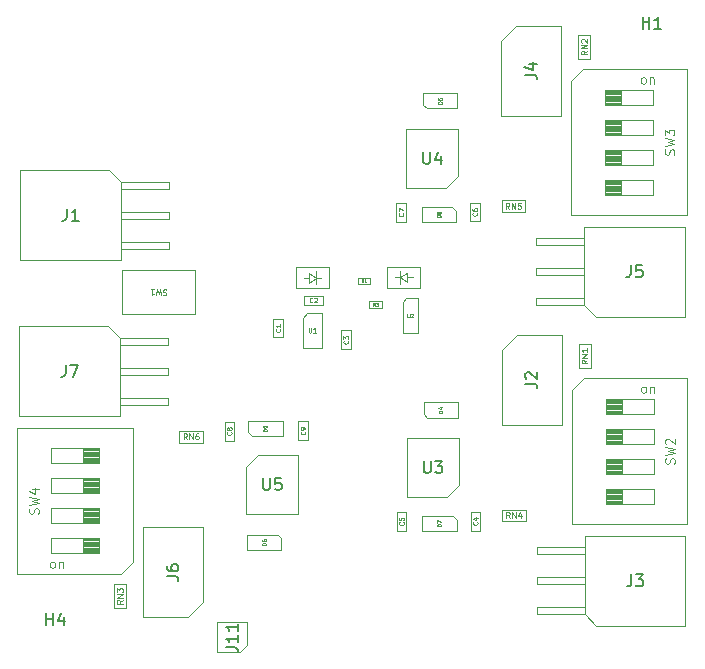
<source format=gbr>
%TF.GenerationSoftware,KiCad,Pcbnew,8.0.8+1*%
%TF.CreationDate,2025-01-27T22:00:13-08:00*%
%TF.ProjectId,pico-logic-analyzer,7069636f-2d6c-46f6-9769-632d616e616c,rev?*%
%TF.SameCoordinates,Original*%
%TF.FileFunction,AssemblyDrawing,Top*%
%FSLAX46Y46*%
G04 Gerber Fmt 4.6, Leading zero omitted, Abs format (unit mm)*
G04 Created by KiCad (PCBNEW 8.0.8+1) date 2025-01-27 22:00:13*
%MOMM*%
%LPD*%
G01*
G04 APERTURE LIST*
%ADD10C,0.050000*%
%ADD11C,0.060000*%
%ADD12C,0.120000*%
%ADD13C,0.150000*%
%ADD14C,0.075000*%
%ADD15C,0.040000*%
%ADD16C,0.100000*%
G04 APERTURE END LIST*
D10*
X175180439Y-98093690D02*
X174860439Y-98093690D01*
X174860439Y-98093690D02*
X174860439Y-98017500D01*
X174860439Y-98017500D02*
X174875677Y-97971785D01*
X174875677Y-97971785D02*
X174906153Y-97941309D01*
X174906153Y-97941309D02*
X174936629Y-97926071D01*
X174936629Y-97926071D02*
X174997581Y-97910833D01*
X174997581Y-97910833D02*
X175043296Y-97910833D01*
X175043296Y-97910833D02*
X175104248Y-97926071D01*
X175104248Y-97926071D02*
X175134724Y-97941309D01*
X175134724Y-97941309D02*
X175165201Y-97971785D01*
X175165201Y-97971785D02*
X175180439Y-98017500D01*
X175180439Y-98017500D02*
X175180439Y-98093690D01*
X174860439Y-97804166D02*
X174860439Y-97590833D01*
X174860439Y-97590833D02*
X175180439Y-97727976D01*
D11*
X171978832Y-97736666D02*
X171997880Y-97755714D01*
X171997880Y-97755714D02*
X172016927Y-97812856D01*
X172016927Y-97812856D02*
X172016927Y-97850952D01*
X172016927Y-97850952D02*
X171997880Y-97908095D01*
X171997880Y-97908095D02*
X171959784Y-97946190D01*
X171959784Y-97946190D02*
X171921689Y-97965237D01*
X171921689Y-97965237D02*
X171845499Y-97984285D01*
X171845499Y-97984285D02*
X171788356Y-97984285D01*
X171788356Y-97984285D02*
X171712165Y-97965237D01*
X171712165Y-97965237D02*
X171674070Y-97946190D01*
X171674070Y-97946190D02*
X171635975Y-97908095D01*
X171635975Y-97908095D02*
X171616927Y-97850952D01*
X171616927Y-97850952D02*
X171616927Y-97812856D01*
X171616927Y-97812856D02*
X171635975Y-97755714D01*
X171635975Y-97755714D02*
X171655022Y-97736666D01*
X171616927Y-97374761D02*
X171616927Y-97565237D01*
X171616927Y-97565237D02*
X171807403Y-97584285D01*
X171807403Y-97584285D02*
X171788356Y-97565237D01*
X171788356Y-97565237D02*
X171769308Y-97527142D01*
X171769308Y-97527142D02*
X171769308Y-97431904D01*
X171769308Y-97431904D02*
X171788356Y-97393809D01*
X171788356Y-97393809D02*
X171807403Y-97374761D01*
X171807403Y-97374761D02*
X171845499Y-97355714D01*
X171845499Y-97355714D02*
X171940737Y-97355714D01*
X171940737Y-97355714D02*
X171978832Y-97374761D01*
X171978832Y-97374761D02*
X171997880Y-97393809D01*
X171997880Y-97393809D02*
X172016927Y-97431904D01*
X172016927Y-97431904D02*
X172016927Y-97527142D01*
X172016927Y-97527142D02*
X171997880Y-97565237D01*
X171997880Y-97565237D02*
X171978832Y-97584285D01*
D12*
X194885760Y-66626666D02*
X194923855Y-66512380D01*
X194923855Y-66512380D02*
X194923855Y-66321904D01*
X194923855Y-66321904D02*
X194885760Y-66245713D01*
X194885760Y-66245713D02*
X194847664Y-66207618D01*
X194847664Y-66207618D02*
X194771474Y-66169523D01*
X194771474Y-66169523D02*
X194695283Y-66169523D01*
X194695283Y-66169523D02*
X194619093Y-66207618D01*
X194619093Y-66207618D02*
X194580998Y-66245713D01*
X194580998Y-66245713D02*
X194542902Y-66321904D01*
X194542902Y-66321904D02*
X194504807Y-66474285D01*
X194504807Y-66474285D02*
X194466712Y-66550475D01*
X194466712Y-66550475D02*
X194428617Y-66588570D01*
X194428617Y-66588570D02*
X194352426Y-66626666D01*
X194352426Y-66626666D02*
X194276236Y-66626666D01*
X194276236Y-66626666D02*
X194200045Y-66588570D01*
X194200045Y-66588570D02*
X194161950Y-66550475D01*
X194161950Y-66550475D02*
X194123855Y-66474285D01*
X194123855Y-66474285D02*
X194123855Y-66283808D01*
X194123855Y-66283808D02*
X194161950Y-66169523D01*
X194123855Y-65902856D02*
X194923855Y-65712380D01*
X194923855Y-65712380D02*
X194352426Y-65559999D01*
X194352426Y-65559999D02*
X194923855Y-65407618D01*
X194923855Y-65407618D02*
X194123855Y-65217142D01*
X194123855Y-64988570D02*
X194123855Y-64493332D01*
X194123855Y-64493332D02*
X194428617Y-64759998D01*
X194428617Y-64759998D02*
X194428617Y-64645713D01*
X194428617Y-64645713D02*
X194466712Y-64569522D01*
X194466712Y-64569522D02*
X194504807Y-64531427D01*
X194504807Y-64531427D02*
X194580998Y-64493332D01*
X194580998Y-64493332D02*
X194771474Y-64493332D01*
X194771474Y-64493332D02*
X194847664Y-64531427D01*
X194847664Y-64531427D02*
X194885760Y-64569522D01*
X194885760Y-64569522D02*
X194923855Y-64645713D01*
X194923855Y-64645713D02*
X194923855Y-64874284D01*
X194923855Y-64874284D02*
X194885760Y-64950475D01*
X194885760Y-64950475D02*
X194847664Y-64988570D01*
X192235951Y-60616355D02*
X192159761Y-60578260D01*
X192159761Y-60578260D02*
X192121666Y-60540164D01*
X192121666Y-60540164D02*
X192083570Y-60463974D01*
X192083570Y-60463974D02*
X192083570Y-60235402D01*
X192083570Y-60235402D02*
X192121666Y-60159212D01*
X192121666Y-60159212D02*
X192159761Y-60121117D01*
X192159761Y-60121117D02*
X192235951Y-60083021D01*
X192235951Y-60083021D02*
X192350237Y-60083021D01*
X192350237Y-60083021D02*
X192426428Y-60121117D01*
X192426428Y-60121117D02*
X192464523Y-60159212D01*
X192464523Y-60159212D02*
X192502618Y-60235402D01*
X192502618Y-60235402D02*
X192502618Y-60463974D01*
X192502618Y-60463974D02*
X192464523Y-60540164D01*
X192464523Y-60540164D02*
X192426428Y-60578260D01*
X192426428Y-60578260D02*
X192350237Y-60616355D01*
X192350237Y-60616355D02*
X192235951Y-60616355D01*
X192845476Y-60083021D02*
X192845476Y-60616355D01*
X192845476Y-60159212D02*
X192883571Y-60121117D01*
X192883571Y-60121117D02*
X192959761Y-60083021D01*
X192959761Y-60083021D02*
X193074047Y-60083021D01*
X193074047Y-60083021D02*
X193150238Y-60121117D01*
X193150238Y-60121117D02*
X193188333Y-60197307D01*
X193188333Y-60197307D02*
X193188333Y-60616355D01*
D10*
X175280439Y-88468690D02*
X174960439Y-88468690D01*
X174960439Y-88468690D02*
X174960439Y-88392500D01*
X174960439Y-88392500D02*
X174975677Y-88346785D01*
X174975677Y-88346785D02*
X175006153Y-88316309D01*
X175006153Y-88316309D02*
X175036629Y-88301071D01*
X175036629Y-88301071D02*
X175097581Y-88285833D01*
X175097581Y-88285833D02*
X175143296Y-88285833D01*
X175143296Y-88285833D02*
X175204248Y-88301071D01*
X175204248Y-88301071D02*
X175234724Y-88316309D01*
X175234724Y-88316309D02*
X175265201Y-88346785D01*
X175265201Y-88346785D02*
X175280439Y-88392500D01*
X175280439Y-88392500D02*
X175280439Y-88468690D01*
X175067105Y-88011547D02*
X175280439Y-88011547D01*
X174945201Y-88087738D02*
X175173772Y-88163928D01*
X175173772Y-88163928D02*
X175173772Y-87965833D01*
X175235439Y-62298690D02*
X174915439Y-62298690D01*
X174915439Y-62298690D02*
X174915439Y-62222500D01*
X174915439Y-62222500D02*
X174930677Y-62176785D01*
X174930677Y-62176785D02*
X174961153Y-62146309D01*
X174961153Y-62146309D02*
X174991629Y-62131071D01*
X174991629Y-62131071D02*
X175052581Y-62115833D01*
X175052581Y-62115833D02*
X175098296Y-62115833D01*
X175098296Y-62115833D02*
X175159248Y-62131071D01*
X175159248Y-62131071D02*
X175189724Y-62146309D01*
X175189724Y-62146309D02*
X175220201Y-62176785D01*
X175220201Y-62176785D02*
X175235439Y-62222500D01*
X175235439Y-62222500D02*
X175235439Y-62298690D01*
X174915439Y-61826309D02*
X174915439Y-61978690D01*
X174915439Y-61978690D02*
X175067820Y-61993928D01*
X175067820Y-61993928D02*
X175052581Y-61978690D01*
X175052581Y-61978690D02*
X175037343Y-61948214D01*
X175037343Y-61948214D02*
X175037343Y-61872023D01*
X175037343Y-61872023D02*
X175052581Y-61841547D01*
X175052581Y-61841547D02*
X175067820Y-61826309D01*
X175067820Y-61826309D02*
X175098296Y-61811071D01*
X175098296Y-61811071D02*
X175174486Y-61811071D01*
X175174486Y-61811071D02*
X175204962Y-61826309D01*
X175204962Y-61826309D02*
X175220201Y-61841547D01*
X175220201Y-61841547D02*
X175235439Y-61872023D01*
X175235439Y-61872023D02*
X175235439Y-61948214D01*
X175235439Y-61948214D02*
X175220201Y-61978690D01*
X175220201Y-61978690D02*
X175204962Y-61993928D01*
D13*
X156954819Y-108309523D02*
X157669104Y-108309523D01*
X157669104Y-108309523D02*
X157811961Y-108357142D01*
X157811961Y-108357142D02*
X157907200Y-108452380D01*
X157907200Y-108452380D02*
X157954819Y-108595237D01*
X157954819Y-108595237D02*
X157954819Y-108690475D01*
X157954819Y-107309523D02*
X157954819Y-107880951D01*
X157954819Y-107595237D02*
X156954819Y-107595237D01*
X156954819Y-107595237D02*
X157097676Y-107690475D01*
X157097676Y-107690475D02*
X157192914Y-107785713D01*
X157192914Y-107785713D02*
X157240533Y-107880951D01*
X157954819Y-106357142D02*
X157954819Y-106928570D01*
X157954819Y-106642856D02*
X156954819Y-106642856D01*
X156954819Y-106642856D02*
X157097676Y-106738094D01*
X157097676Y-106738094D02*
X157192914Y-106833332D01*
X157192914Y-106833332D02*
X157240533Y-106928570D01*
D11*
X161518832Y-81366666D02*
X161537880Y-81385714D01*
X161537880Y-81385714D02*
X161556927Y-81442856D01*
X161556927Y-81442856D02*
X161556927Y-81480952D01*
X161556927Y-81480952D02*
X161537880Y-81538095D01*
X161537880Y-81538095D02*
X161499784Y-81576190D01*
X161499784Y-81576190D02*
X161461689Y-81595237D01*
X161461689Y-81595237D02*
X161385499Y-81614285D01*
X161385499Y-81614285D02*
X161328356Y-81614285D01*
X161328356Y-81614285D02*
X161252165Y-81595237D01*
X161252165Y-81595237D02*
X161214070Y-81576190D01*
X161214070Y-81576190D02*
X161175975Y-81538095D01*
X161175975Y-81538095D02*
X161156927Y-81480952D01*
X161156927Y-81480952D02*
X161156927Y-81442856D01*
X161156927Y-81442856D02*
X161175975Y-81385714D01*
X161175975Y-81385714D02*
X161195022Y-81366666D01*
X161556927Y-80985714D02*
X161556927Y-81214285D01*
X161556927Y-81099999D02*
X161156927Y-81099999D01*
X161156927Y-81099999D02*
X161214070Y-81138095D01*
X161214070Y-81138095D02*
X161252165Y-81176190D01*
X161252165Y-81176190D02*
X161271213Y-81214285D01*
X164283333Y-79093832D02*
X164264285Y-79112880D01*
X164264285Y-79112880D02*
X164207143Y-79131927D01*
X164207143Y-79131927D02*
X164169047Y-79131927D01*
X164169047Y-79131927D02*
X164111904Y-79112880D01*
X164111904Y-79112880D02*
X164073809Y-79074784D01*
X164073809Y-79074784D02*
X164054762Y-79036689D01*
X164054762Y-79036689D02*
X164035714Y-78960499D01*
X164035714Y-78960499D02*
X164035714Y-78903356D01*
X164035714Y-78903356D02*
X164054762Y-78827165D01*
X164054762Y-78827165D02*
X164073809Y-78789070D01*
X164073809Y-78789070D02*
X164111904Y-78750975D01*
X164111904Y-78750975D02*
X164169047Y-78731927D01*
X164169047Y-78731927D02*
X164207143Y-78731927D01*
X164207143Y-78731927D02*
X164264285Y-78750975D01*
X164264285Y-78750975D02*
X164283333Y-78770022D01*
X164435714Y-78770022D02*
X164454762Y-78750975D01*
X164454762Y-78750975D02*
X164492857Y-78731927D01*
X164492857Y-78731927D02*
X164588095Y-78731927D01*
X164588095Y-78731927D02*
X164626190Y-78750975D01*
X164626190Y-78750975D02*
X164645238Y-78770022D01*
X164645238Y-78770022D02*
X164664285Y-78808118D01*
X164664285Y-78808118D02*
X164664285Y-78846213D01*
X164664285Y-78846213D02*
X164645238Y-78903356D01*
X164645238Y-78903356D02*
X164416666Y-79131927D01*
X164416666Y-79131927D02*
X164664285Y-79131927D01*
D10*
X160445438Y-90048690D02*
X160125438Y-90048690D01*
X160125438Y-90048690D02*
X160125438Y-89972500D01*
X160125438Y-89972500D02*
X160140676Y-89926785D01*
X160140676Y-89926785D02*
X160171152Y-89896309D01*
X160171152Y-89896309D02*
X160201628Y-89881071D01*
X160201628Y-89881071D02*
X160262580Y-89865833D01*
X160262580Y-89865833D02*
X160308295Y-89865833D01*
X160308295Y-89865833D02*
X160369247Y-89881071D01*
X160369247Y-89881071D02*
X160399723Y-89896309D01*
X160399723Y-89896309D02*
X160430200Y-89926785D01*
X160430200Y-89926785D02*
X160445438Y-89972500D01*
X160445438Y-89972500D02*
X160445438Y-90048690D01*
X160445438Y-89713452D02*
X160445438Y-89652500D01*
X160445438Y-89652500D02*
X160430200Y-89622023D01*
X160430200Y-89622023D02*
X160414961Y-89606785D01*
X160414961Y-89606785D02*
X160369247Y-89576309D01*
X160369247Y-89576309D02*
X160308295Y-89561071D01*
X160308295Y-89561071D02*
X160186390Y-89561071D01*
X160186390Y-89561071D02*
X160155914Y-89576309D01*
X160155914Y-89576309D02*
X160140676Y-89591547D01*
X160140676Y-89591547D02*
X160125438Y-89622023D01*
X160125438Y-89622023D02*
X160125438Y-89682976D01*
X160125438Y-89682976D02*
X160140676Y-89713452D01*
X160140676Y-89713452D02*
X160155914Y-89728690D01*
X160155914Y-89728690D02*
X160186390Y-89743928D01*
X160186390Y-89743928D02*
X160262580Y-89743928D01*
X160262580Y-89743928D02*
X160293057Y-89728690D01*
X160293057Y-89728690D02*
X160308295Y-89713452D01*
X160308295Y-89713452D02*
X160323533Y-89682976D01*
X160323533Y-89682976D02*
X160323533Y-89622023D01*
X160323533Y-89622023D02*
X160308295Y-89591547D01*
X160308295Y-89591547D02*
X160293057Y-89576309D01*
X160293057Y-89576309D02*
X160262580Y-89561071D01*
D14*
X180944762Y-71227409D02*
X180778096Y-70989314D01*
X180659048Y-71227409D02*
X180659048Y-70727409D01*
X180659048Y-70727409D02*
X180849524Y-70727409D01*
X180849524Y-70727409D02*
X180897143Y-70751219D01*
X180897143Y-70751219D02*
X180920953Y-70775028D01*
X180920953Y-70775028D02*
X180944762Y-70822647D01*
X180944762Y-70822647D02*
X180944762Y-70894076D01*
X180944762Y-70894076D02*
X180920953Y-70941695D01*
X180920953Y-70941695D02*
X180897143Y-70965504D01*
X180897143Y-70965504D02*
X180849524Y-70989314D01*
X180849524Y-70989314D02*
X180659048Y-70989314D01*
X181159048Y-71227409D02*
X181159048Y-70727409D01*
X181159048Y-70727409D02*
X181444762Y-71227409D01*
X181444762Y-71227409D02*
X181444762Y-70727409D01*
X181920953Y-70727409D02*
X181682858Y-70727409D01*
X181682858Y-70727409D02*
X181659049Y-70965504D01*
X181659049Y-70965504D02*
X181682858Y-70941695D01*
X181682858Y-70941695D02*
X181730477Y-70917885D01*
X181730477Y-70917885D02*
X181849525Y-70917885D01*
X181849525Y-70917885D02*
X181897144Y-70941695D01*
X181897144Y-70941695D02*
X181920953Y-70965504D01*
X181920953Y-70965504D02*
X181944763Y-71013123D01*
X181944763Y-71013123D02*
X181944763Y-71132171D01*
X181944763Y-71132171D02*
X181920953Y-71179790D01*
X181920953Y-71179790D02*
X181897144Y-71203600D01*
X181897144Y-71203600D02*
X181849525Y-71227409D01*
X181849525Y-71227409D02*
X181730477Y-71227409D01*
X181730477Y-71227409D02*
X181682858Y-71203600D01*
X181682858Y-71203600D02*
X181659049Y-71179790D01*
D11*
X163957738Y-81281927D02*
X163957738Y-81605737D01*
X163957738Y-81605737D02*
X163976785Y-81643832D01*
X163976785Y-81643832D02*
X163995833Y-81662880D01*
X163995833Y-81662880D02*
X164033928Y-81681927D01*
X164033928Y-81681927D02*
X164110119Y-81681927D01*
X164110119Y-81681927D02*
X164148214Y-81662880D01*
X164148214Y-81662880D02*
X164167261Y-81643832D01*
X164167261Y-81643832D02*
X164186309Y-81605737D01*
X164186309Y-81605737D02*
X164186309Y-81281927D01*
X164586309Y-81681927D02*
X164357738Y-81681927D01*
X164472024Y-81681927D02*
X164472024Y-81281927D01*
X164472024Y-81281927D02*
X164433928Y-81339070D01*
X164433928Y-81339070D02*
X164395833Y-81377165D01*
X164395833Y-81377165D02*
X164357738Y-81396213D01*
X167268832Y-82366666D02*
X167287880Y-82385714D01*
X167287880Y-82385714D02*
X167306927Y-82442856D01*
X167306927Y-82442856D02*
X167306927Y-82480952D01*
X167306927Y-82480952D02*
X167287880Y-82538095D01*
X167287880Y-82538095D02*
X167249784Y-82576190D01*
X167249784Y-82576190D02*
X167211689Y-82595237D01*
X167211689Y-82595237D02*
X167135499Y-82614285D01*
X167135499Y-82614285D02*
X167078356Y-82614285D01*
X167078356Y-82614285D02*
X167002165Y-82595237D01*
X167002165Y-82595237D02*
X166964070Y-82576190D01*
X166964070Y-82576190D02*
X166925975Y-82538095D01*
X166925975Y-82538095D02*
X166906927Y-82480952D01*
X166906927Y-82480952D02*
X166906927Y-82442856D01*
X166906927Y-82442856D02*
X166925975Y-82385714D01*
X166925975Y-82385714D02*
X166945022Y-82366666D01*
X166906927Y-82233333D02*
X166906927Y-81985714D01*
X166906927Y-81985714D02*
X167059308Y-82119047D01*
X167059308Y-82119047D02*
X167059308Y-82061904D01*
X167059308Y-82061904D02*
X167078356Y-82023809D01*
X167078356Y-82023809D02*
X167097403Y-82004761D01*
X167097403Y-82004761D02*
X167135499Y-81985714D01*
X167135499Y-81985714D02*
X167230737Y-81985714D01*
X167230737Y-81985714D02*
X167268832Y-82004761D01*
X167268832Y-82004761D02*
X167287880Y-82023809D01*
X167287880Y-82023809D02*
X167306927Y-82061904D01*
X167306927Y-82061904D02*
X167306927Y-82176190D01*
X167306927Y-82176190D02*
X167287880Y-82214285D01*
X167287880Y-82214285D02*
X167268832Y-82233333D01*
D13*
X141738095Y-106454819D02*
X141738095Y-105454819D01*
X141738095Y-105931009D02*
X142309523Y-105931009D01*
X142309523Y-106454819D02*
X142309523Y-105454819D01*
X143214285Y-105788152D02*
X143214285Y-106454819D01*
X142976190Y-105407200D02*
X142738095Y-106121485D01*
X142738095Y-106121485D02*
X143357142Y-106121485D01*
X182264820Y-59848333D02*
X182979105Y-59848333D01*
X182979105Y-59848333D02*
X183121962Y-59895952D01*
X183121962Y-59895952D02*
X183217201Y-59991190D01*
X183217201Y-59991190D02*
X183264820Y-60134047D01*
X183264820Y-60134047D02*
X183264820Y-60229285D01*
X182598153Y-58943571D02*
X183264820Y-58943571D01*
X182217201Y-59181666D02*
X182931486Y-59419761D01*
X182931486Y-59419761D02*
X182931486Y-58800714D01*
X160100595Y-94004819D02*
X160100595Y-94814342D01*
X160100595Y-94814342D02*
X160148214Y-94909580D01*
X160148214Y-94909580D02*
X160195833Y-94957200D01*
X160195833Y-94957200D02*
X160291071Y-95004819D01*
X160291071Y-95004819D02*
X160481547Y-95004819D01*
X160481547Y-95004819D02*
X160576785Y-94957200D01*
X160576785Y-94957200D02*
X160624404Y-94909580D01*
X160624404Y-94909580D02*
X160672023Y-94814342D01*
X160672023Y-94814342D02*
X160672023Y-94004819D01*
X161624404Y-94004819D02*
X161148214Y-94004819D01*
X161148214Y-94004819D02*
X161100595Y-94481009D01*
X161100595Y-94481009D02*
X161148214Y-94433390D01*
X161148214Y-94433390D02*
X161243452Y-94385771D01*
X161243452Y-94385771D02*
X161481547Y-94385771D01*
X161481547Y-94385771D02*
X161576785Y-94433390D01*
X161576785Y-94433390D02*
X161624404Y-94481009D01*
X161624404Y-94481009D02*
X161672023Y-94576247D01*
X161672023Y-94576247D02*
X161672023Y-94814342D01*
X161672023Y-94814342D02*
X161624404Y-94909580D01*
X161624404Y-94909580D02*
X161576785Y-94957200D01*
X161576785Y-94957200D02*
X161481547Y-95004819D01*
X161481547Y-95004819D02*
X161243452Y-95004819D01*
X161243452Y-95004819D02*
X161148214Y-94957200D01*
X161148214Y-94957200D02*
X161100595Y-94909580D01*
D14*
X148227409Y-104345238D02*
X147989314Y-104511904D01*
X148227409Y-104630952D02*
X147727409Y-104630952D01*
X147727409Y-104630952D02*
X147727409Y-104440476D01*
X147727409Y-104440476D02*
X147751219Y-104392857D01*
X147751219Y-104392857D02*
X147775028Y-104369047D01*
X147775028Y-104369047D02*
X147822647Y-104345238D01*
X147822647Y-104345238D02*
X147894076Y-104345238D01*
X147894076Y-104345238D02*
X147941695Y-104369047D01*
X147941695Y-104369047D02*
X147965504Y-104392857D01*
X147965504Y-104392857D02*
X147989314Y-104440476D01*
X147989314Y-104440476D02*
X147989314Y-104630952D01*
X148227409Y-104130952D02*
X147727409Y-104130952D01*
X147727409Y-104130952D02*
X148227409Y-103845238D01*
X148227409Y-103845238D02*
X147727409Y-103845238D01*
X147727409Y-103654761D02*
X147727409Y-103345237D01*
X147727409Y-103345237D02*
X147917885Y-103511904D01*
X147917885Y-103511904D02*
X147917885Y-103440475D01*
X147917885Y-103440475D02*
X147941695Y-103392856D01*
X147941695Y-103392856D02*
X147965504Y-103369047D01*
X147965504Y-103369047D02*
X148013123Y-103345237D01*
X148013123Y-103345237D02*
X148132171Y-103345237D01*
X148132171Y-103345237D02*
X148179790Y-103369047D01*
X148179790Y-103369047D02*
X148203600Y-103392856D01*
X148203600Y-103392856D02*
X148227409Y-103440475D01*
X148227409Y-103440475D02*
X148227409Y-103583332D01*
X148227409Y-103583332D02*
X148203600Y-103630951D01*
X148203600Y-103630951D02*
X148179790Y-103654761D01*
D10*
X160345438Y-99673690D02*
X160025438Y-99673690D01*
X160025438Y-99673690D02*
X160025438Y-99597500D01*
X160025438Y-99597500D02*
X160040676Y-99551785D01*
X160040676Y-99551785D02*
X160071152Y-99521309D01*
X160071152Y-99521309D02*
X160101628Y-99506071D01*
X160101628Y-99506071D02*
X160162580Y-99490833D01*
X160162580Y-99490833D02*
X160208295Y-99490833D01*
X160208295Y-99490833D02*
X160269247Y-99506071D01*
X160269247Y-99506071D02*
X160299723Y-99521309D01*
X160299723Y-99521309D02*
X160330200Y-99551785D01*
X160330200Y-99551785D02*
X160345438Y-99597500D01*
X160345438Y-99597500D02*
X160345438Y-99673690D01*
X160025438Y-99216547D02*
X160025438Y-99277500D01*
X160025438Y-99277500D02*
X160040676Y-99307976D01*
X160040676Y-99307976D02*
X160055914Y-99323214D01*
X160055914Y-99323214D02*
X160101628Y-99353690D01*
X160101628Y-99353690D02*
X160162580Y-99368928D01*
X160162580Y-99368928D02*
X160284485Y-99368928D01*
X160284485Y-99368928D02*
X160314961Y-99353690D01*
X160314961Y-99353690D02*
X160330200Y-99338452D01*
X160330200Y-99338452D02*
X160345438Y-99307976D01*
X160345438Y-99307976D02*
X160345438Y-99247023D01*
X160345438Y-99247023D02*
X160330200Y-99216547D01*
X160330200Y-99216547D02*
X160314961Y-99201309D01*
X160314961Y-99201309D02*
X160284485Y-99186071D01*
X160284485Y-99186071D02*
X160208295Y-99186071D01*
X160208295Y-99186071D02*
X160177819Y-99201309D01*
X160177819Y-99201309D02*
X160162580Y-99216547D01*
X160162580Y-99216547D02*
X160147342Y-99247023D01*
X160147342Y-99247023D02*
X160147342Y-99307976D01*
X160147342Y-99307976D02*
X160162580Y-99338452D01*
X160162580Y-99338452D02*
X160177819Y-99353690D01*
X160177819Y-99353690D02*
X160208295Y-99368928D01*
D14*
X187517409Y-57845238D02*
X187279314Y-58011904D01*
X187517409Y-58130952D02*
X187017409Y-58130952D01*
X187017409Y-58130952D02*
X187017409Y-57940476D01*
X187017409Y-57940476D02*
X187041219Y-57892857D01*
X187041219Y-57892857D02*
X187065028Y-57869047D01*
X187065028Y-57869047D02*
X187112647Y-57845238D01*
X187112647Y-57845238D02*
X187184076Y-57845238D01*
X187184076Y-57845238D02*
X187231695Y-57869047D01*
X187231695Y-57869047D02*
X187255504Y-57892857D01*
X187255504Y-57892857D02*
X187279314Y-57940476D01*
X187279314Y-57940476D02*
X187279314Y-58130952D01*
X187517409Y-57630952D02*
X187017409Y-57630952D01*
X187017409Y-57630952D02*
X187517409Y-57345238D01*
X187517409Y-57345238D02*
X187017409Y-57345238D01*
X187065028Y-57130951D02*
X187041219Y-57107142D01*
X187041219Y-57107142D02*
X187017409Y-57059523D01*
X187017409Y-57059523D02*
X187017409Y-56940475D01*
X187017409Y-56940475D02*
X187041219Y-56892856D01*
X187041219Y-56892856D02*
X187065028Y-56869047D01*
X187065028Y-56869047D02*
X187112647Y-56845237D01*
X187112647Y-56845237D02*
X187160266Y-56845237D01*
X187160266Y-56845237D02*
X187231695Y-56869047D01*
X187231695Y-56869047D02*
X187517409Y-57154761D01*
X187517409Y-57154761D02*
X187517409Y-56845237D01*
D11*
X157393832Y-90091666D02*
X157412880Y-90110714D01*
X157412880Y-90110714D02*
X157431927Y-90167856D01*
X157431927Y-90167856D02*
X157431927Y-90205952D01*
X157431927Y-90205952D02*
X157412880Y-90263095D01*
X157412880Y-90263095D02*
X157374784Y-90301190D01*
X157374784Y-90301190D02*
X157336689Y-90320237D01*
X157336689Y-90320237D02*
X157260499Y-90339285D01*
X157260499Y-90339285D02*
X157203356Y-90339285D01*
X157203356Y-90339285D02*
X157127165Y-90320237D01*
X157127165Y-90320237D02*
X157089070Y-90301190D01*
X157089070Y-90301190D02*
X157050975Y-90263095D01*
X157050975Y-90263095D02*
X157031927Y-90205952D01*
X157031927Y-90205952D02*
X157031927Y-90167856D01*
X157031927Y-90167856D02*
X157050975Y-90110714D01*
X157050975Y-90110714D02*
X157070022Y-90091666D01*
X157203356Y-89863095D02*
X157184308Y-89901190D01*
X157184308Y-89901190D02*
X157165260Y-89920237D01*
X157165260Y-89920237D02*
X157127165Y-89939285D01*
X157127165Y-89939285D02*
X157108118Y-89939285D01*
X157108118Y-89939285D02*
X157070022Y-89920237D01*
X157070022Y-89920237D02*
X157050975Y-89901190D01*
X157050975Y-89901190D02*
X157031927Y-89863095D01*
X157031927Y-89863095D02*
X157031927Y-89786904D01*
X157031927Y-89786904D02*
X157050975Y-89748809D01*
X157050975Y-89748809D02*
X157070022Y-89729761D01*
X157070022Y-89729761D02*
X157108118Y-89710714D01*
X157108118Y-89710714D02*
X157127165Y-89710714D01*
X157127165Y-89710714D02*
X157165260Y-89729761D01*
X157165260Y-89729761D02*
X157184308Y-89748809D01*
X157184308Y-89748809D02*
X157203356Y-89786904D01*
X157203356Y-89786904D02*
X157203356Y-89863095D01*
X157203356Y-89863095D02*
X157222403Y-89901190D01*
X157222403Y-89901190D02*
X157241451Y-89920237D01*
X157241451Y-89920237D02*
X157279546Y-89939285D01*
X157279546Y-89939285D02*
X157355737Y-89939285D01*
X157355737Y-89939285D02*
X157393832Y-89920237D01*
X157393832Y-89920237D02*
X157412880Y-89901190D01*
X157412880Y-89901190D02*
X157431927Y-89863095D01*
X157431927Y-89863095D02*
X157431927Y-89786904D01*
X157431927Y-89786904D02*
X157412880Y-89748809D01*
X157412880Y-89748809D02*
X157393832Y-89729761D01*
X157393832Y-89729761D02*
X157355737Y-89710714D01*
X157355737Y-89710714D02*
X157279546Y-89710714D01*
X157279546Y-89710714D02*
X157241451Y-89729761D01*
X157241451Y-89729761D02*
X157222403Y-89748809D01*
X157222403Y-89748809D02*
X157203356Y-89786904D01*
D15*
X168591667Y-77418200D02*
X168505000Y-77294391D01*
X168443095Y-77418200D02*
X168443095Y-77158200D01*
X168443095Y-77158200D02*
X168542143Y-77158200D01*
X168542143Y-77158200D02*
X168566905Y-77170581D01*
X168566905Y-77170581D02*
X168579286Y-77182962D01*
X168579286Y-77182962D02*
X168591667Y-77207724D01*
X168591667Y-77207724D02*
X168591667Y-77244867D01*
X168591667Y-77244867D02*
X168579286Y-77269629D01*
X168579286Y-77269629D02*
X168566905Y-77282010D01*
X168566905Y-77282010D02*
X168542143Y-77294391D01*
X168542143Y-77294391D02*
X168443095Y-77294391D01*
X168839286Y-77418200D02*
X168690714Y-77418200D01*
X168765000Y-77418200D02*
X168765000Y-77158200D01*
X168765000Y-77158200D02*
X168740238Y-77195343D01*
X168740238Y-77195343D02*
X168715476Y-77220105D01*
X168715476Y-77220105D02*
X168690714Y-77232486D01*
D13*
X192238095Y-55954819D02*
X192238095Y-54954819D01*
X192238095Y-55431009D02*
X192809523Y-55431009D01*
X192809523Y-55954819D02*
X192809523Y-54954819D01*
X193809523Y-55954819D02*
X193238095Y-55954819D01*
X193523809Y-55954819D02*
X193523809Y-54954819D01*
X193523809Y-54954819D02*
X193428571Y-55097676D01*
X193428571Y-55097676D02*
X193333333Y-55192914D01*
X193333333Y-55192914D02*
X193238095Y-55240533D01*
D15*
X169581667Y-79418200D02*
X169495000Y-79294391D01*
X169433095Y-79418200D02*
X169433095Y-79158200D01*
X169433095Y-79158200D02*
X169532143Y-79158200D01*
X169532143Y-79158200D02*
X169556905Y-79170581D01*
X169556905Y-79170581D02*
X169569286Y-79182962D01*
X169569286Y-79182962D02*
X169581667Y-79207724D01*
X169581667Y-79207724D02*
X169581667Y-79244867D01*
X169581667Y-79244867D02*
X169569286Y-79269629D01*
X169569286Y-79269629D02*
X169556905Y-79282010D01*
X169556905Y-79282010D02*
X169532143Y-79294391D01*
X169532143Y-79294391D02*
X169433095Y-79294391D01*
X169668333Y-79158200D02*
X169829286Y-79158200D01*
X169829286Y-79158200D02*
X169742619Y-79257248D01*
X169742619Y-79257248D02*
X169779762Y-79257248D01*
X169779762Y-79257248D02*
X169804524Y-79269629D01*
X169804524Y-79269629D02*
X169816905Y-79282010D01*
X169816905Y-79282010D02*
X169829286Y-79306772D01*
X169829286Y-79306772D02*
X169829286Y-79368677D01*
X169829286Y-79368677D02*
X169816905Y-79393439D01*
X169816905Y-79393439D02*
X169804524Y-79405820D01*
X169804524Y-79405820D02*
X169779762Y-79418200D01*
X169779762Y-79418200D02*
X169705476Y-79418200D01*
X169705476Y-79418200D02*
X169680714Y-79405820D01*
X169680714Y-79405820D02*
X169668333Y-79393439D01*
D13*
X151934819Y-102318333D02*
X152649104Y-102318333D01*
X152649104Y-102318333D02*
X152791961Y-102365952D01*
X152791961Y-102365952D02*
X152887200Y-102461190D01*
X152887200Y-102461190D02*
X152934819Y-102604047D01*
X152934819Y-102604047D02*
X152934819Y-102699285D01*
X151934819Y-101413571D02*
X151934819Y-101604047D01*
X151934819Y-101604047D02*
X151982438Y-101699285D01*
X151982438Y-101699285D02*
X152030057Y-101746904D01*
X152030057Y-101746904D02*
X152172914Y-101842142D01*
X152172914Y-101842142D02*
X152363390Y-101889761D01*
X152363390Y-101889761D02*
X152744342Y-101889761D01*
X152744342Y-101889761D02*
X152839580Y-101842142D01*
X152839580Y-101842142D02*
X152887200Y-101794523D01*
X152887200Y-101794523D02*
X152934819Y-101699285D01*
X152934819Y-101699285D02*
X152934819Y-101508809D01*
X152934819Y-101508809D02*
X152887200Y-101413571D01*
X152887200Y-101413571D02*
X152839580Y-101365952D01*
X152839580Y-101365952D02*
X152744342Y-101318333D01*
X152744342Y-101318333D02*
X152506247Y-101318333D01*
X152506247Y-101318333D02*
X152411009Y-101365952D01*
X152411009Y-101365952D02*
X152363390Y-101413571D01*
X152363390Y-101413571D02*
X152315771Y-101508809D01*
X152315771Y-101508809D02*
X152315771Y-101699285D01*
X152315771Y-101699285D02*
X152363390Y-101794523D01*
X152363390Y-101794523D02*
X152411009Y-101842142D01*
X152411009Y-101842142D02*
X152506247Y-101889761D01*
D10*
X175135439Y-71923690D02*
X174815439Y-71923690D01*
X174815439Y-71923690D02*
X174815439Y-71847500D01*
X174815439Y-71847500D02*
X174830677Y-71801785D01*
X174830677Y-71801785D02*
X174861153Y-71771309D01*
X174861153Y-71771309D02*
X174891629Y-71756071D01*
X174891629Y-71756071D02*
X174952581Y-71740833D01*
X174952581Y-71740833D02*
X174998296Y-71740833D01*
X174998296Y-71740833D02*
X175059248Y-71756071D01*
X175059248Y-71756071D02*
X175089724Y-71771309D01*
X175089724Y-71771309D02*
X175120201Y-71801785D01*
X175120201Y-71801785D02*
X175135439Y-71847500D01*
X175135439Y-71847500D02*
X175135439Y-71923690D01*
X174952581Y-71557976D02*
X174937343Y-71588452D01*
X174937343Y-71588452D02*
X174922105Y-71603690D01*
X174922105Y-71603690D02*
X174891629Y-71618928D01*
X174891629Y-71618928D02*
X174876391Y-71618928D01*
X174876391Y-71618928D02*
X174845915Y-71603690D01*
X174845915Y-71603690D02*
X174830677Y-71588452D01*
X174830677Y-71588452D02*
X174815439Y-71557976D01*
X174815439Y-71557976D02*
X174815439Y-71497023D01*
X174815439Y-71497023D02*
X174830677Y-71466547D01*
X174830677Y-71466547D02*
X174845915Y-71451309D01*
X174845915Y-71451309D02*
X174876391Y-71436071D01*
X174876391Y-71436071D02*
X174891629Y-71436071D01*
X174891629Y-71436071D02*
X174922105Y-71451309D01*
X174922105Y-71451309D02*
X174937343Y-71466547D01*
X174937343Y-71466547D02*
X174952581Y-71497023D01*
X174952581Y-71497023D02*
X174952581Y-71557976D01*
X174952581Y-71557976D02*
X174967820Y-71588452D01*
X174967820Y-71588452D02*
X174983058Y-71603690D01*
X174983058Y-71603690D02*
X175013534Y-71618928D01*
X175013534Y-71618928D02*
X175074486Y-71618928D01*
X175074486Y-71618928D02*
X175104962Y-71603690D01*
X175104962Y-71603690D02*
X175120201Y-71588452D01*
X175120201Y-71588452D02*
X175135439Y-71557976D01*
X175135439Y-71557976D02*
X175135439Y-71497023D01*
X175135439Y-71497023D02*
X175120201Y-71466547D01*
X175120201Y-71466547D02*
X175104962Y-71451309D01*
X175104962Y-71451309D02*
X175074486Y-71436071D01*
X175074486Y-71436071D02*
X175013534Y-71436071D01*
X175013534Y-71436071D02*
X174983058Y-71451309D01*
X174983058Y-71451309D02*
X174967820Y-71466547D01*
X174967820Y-71466547D02*
X174952581Y-71497023D01*
D13*
X143476666Y-71219819D02*
X143476666Y-71934104D01*
X143476666Y-71934104D02*
X143429047Y-72076961D01*
X143429047Y-72076961D02*
X143333809Y-72172200D01*
X143333809Y-72172200D02*
X143190952Y-72219819D01*
X143190952Y-72219819D02*
X143095714Y-72219819D01*
X144476666Y-72219819D02*
X143905238Y-72219819D01*
X144190952Y-72219819D02*
X144190952Y-71219819D01*
X144190952Y-71219819D02*
X144095714Y-71362676D01*
X144095714Y-71362676D02*
X144000476Y-71457914D01*
X144000476Y-71457914D02*
X143905238Y-71505533D01*
D14*
X187562409Y-84015238D02*
X187324314Y-84181904D01*
X187562409Y-84300952D02*
X187062409Y-84300952D01*
X187062409Y-84300952D02*
X187062409Y-84110476D01*
X187062409Y-84110476D02*
X187086219Y-84062857D01*
X187086219Y-84062857D02*
X187110028Y-84039047D01*
X187110028Y-84039047D02*
X187157647Y-84015238D01*
X187157647Y-84015238D02*
X187229076Y-84015238D01*
X187229076Y-84015238D02*
X187276695Y-84039047D01*
X187276695Y-84039047D02*
X187300504Y-84062857D01*
X187300504Y-84062857D02*
X187324314Y-84110476D01*
X187324314Y-84110476D02*
X187324314Y-84300952D01*
X187562409Y-83800952D02*
X187062409Y-83800952D01*
X187062409Y-83800952D02*
X187562409Y-83515238D01*
X187562409Y-83515238D02*
X187062409Y-83515238D01*
X187562409Y-83015237D02*
X187562409Y-83300951D01*
X187562409Y-83158094D02*
X187062409Y-83158094D01*
X187062409Y-83158094D02*
X187133838Y-83205713D01*
X187133838Y-83205713D02*
X187181457Y-83253332D01*
X187181457Y-83253332D02*
X187205266Y-83300951D01*
D13*
X191231666Y-75994820D02*
X191231666Y-76709105D01*
X191231666Y-76709105D02*
X191184047Y-76851962D01*
X191184047Y-76851962D02*
X191088809Y-76947201D01*
X191088809Y-76947201D02*
X190945952Y-76994820D01*
X190945952Y-76994820D02*
X190850714Y-76994820D01*
X192184047Y-75994820D02*
X191707857Y-75994820D01*
X191707857Y-75994820D02*
X191660238Y-76471010D01*
X191660238Y-76471010D02*
X191707857Y-76423391D01*
X191707857Y-76423391D02*
X191803095Y-76375772D01*
X191803095Y-76375772D02*
X192041190Y-76375772D01*
X192041190Y-76375772D02*
X192136428Y-76423391D01*
X192136428Y-76423391D02*
X192184047Y-76471010D01*
X192184047Y-76471010D02*
X192231666Y-76566248D01*
X192231666Y-76566248D02*
X192231666Y-76804343D01*
X192231666Y-76804343D02*
X192184047Y-76899581D01*
X192184047Y-76899581D02*
X192136428Y-76947201D01*
X192136428Y-76947201D02*
X192041190Y-76994820D01*
X192041190Y-76994820D02*
X191803095Y-76994820D01*
X191803095Y-76994820D02*
X191707857Y-76947201D01*
X191707857Y-76947201D02*
X191660238Y-76899581D01*
X143391666Y-84414819D02*
X143391666Y-85129104D01*
X143391666Y-85129104D02*
X143344047Y-85271961D01*
X143344047Y-85271961D02*
X143248809Y-85367200D01*
X143248809Y-85367200D02*
X143105952Y-85414819D01*
X143105952Y-85414819D02*
X143010714Y-85414819D01*
X143772619Y-84414819D02*
X144439285Y-84414819D01*
X144439285Y-84414819D02*
X144010714Y-85414819D01*
D12*
X141055760Y-97006667D02*
X141093855Y-96892381D01*
X141093855Y-96892381D02*
X141093855Y-96701905D01*
X141093855Y-96701905D02*
X141055760Y-96625714D01*
X141055760Y-96625714D02*
X141017664Y-96587619D01*
X141017664Y-96587619D02*
X140941474Y-96549524D01*
X140941474Y-96549524D02*
X140865283Y-96549524D01*
X140865283Y-96549524D02*
X140789093Y-96587619D01*
X140789093Y-96587619D02*
X140750998Y-96625714D01*
X140750998Y-96625714D02*
X140712902Y-96701905D01*
X140712902Y-96701905D02*
X140674807Y-96854286D01*
X140674807Y-96854286D02*
X140636712Y-96930476D01*
X140636712Y-96930476D02*
X140598617Y-96968571D01*
X140598617Y-96968571D02*
X140522426Y-97006667D01*
X140522426Y-97006667D02*
X140446236Y-97006667D01*
X140446236Y-97006667D02*
X140370045Y-96968571D01*
X140370045Y-96968571D02*
X140331950Y-96930476D01*
X140331950Y-96930476D02*
X140293855Y-96854286D01*
X140293855Y-96854286D02*
X140293855Y-96663809D01*
X140293855Y-96663809D02*
X140331950Y-96549524D01*
X140293855Y-96282857D02*
X141093855Y-96092381D01*
X141093855Y-96092381D02*
X140522426Y-95940000D01*
X140522426Y-95940000D02*
X141093855Y-95787619D01*
X141093855Y-95787619D02*
X140293855Y-95597143D01*
X140560521Y-94949523D02*
X141093855Y-94949523D01*
X140255760Y-95139999D02*
X140827188Y-95330476D01*
X140827188Y-95330476D02*
X140827188Y-94835237D01*
X142215951Y-101611355D02*
X142139761Y-101573260D01*
X142139761Y-101573260D02*
X142101666Y-101535164D01*
X142101666Y-101535164D02*
X142063570Y-101458974D01*
X142063570Y-101458974D02*
X142063570Y-101230402D01*
X142063570Y-101230402D02*
X142101666Y-101154212D01*
X142101666Y-101154212D02*
X142139761Y-101116117D01*
X142139761Y-101116117D02*
X142215951Y-101078021D01*
X142215951Y-101078021D02*
X142330237Y-101078021D01*
X142330237Y-101078021D02*
X142406428Y-101116117D01*
X142406428Y-101116117D02*
X142444523Y-101154212D01*
X142444523Y-101154212D02*
X142482618Y-101230402D01*
X142482618Y-101230402D02*
X142482618Y-101458974D01*
X142482618Y-101458974D02*
X142444523Y-101535164D01*
X142444523Y-101535164D02*
X142406428Y-101573260D01*
X142406428Y-101573260D02*
X142330237Y-101611355D01*
X142330237Y-101611355D02*
X142215951Y-101611355D01*
X142825476Y-101078021D02*
X142825476Y-101611355D01*
X142825476Y-101154212D02*
X142863571Y-101116117D01*
X142863571Y-101116117D02*
X142939761Y-101078021D01*
X142939761Y-101078021D02*
X143054047Y-101078021D01*
X143054047Y-101078021D02*
X143130238Y-101116117D01*
X143130238Y-101116117D02*
X143168333Y-101192307D01*
X143168333Y-101192307D02*
X143168333Y-101611355D01*
D11*
X171933832Y-71566666D02*
X171952880Y-71585714D01*
X171952880Y-71585714D02*
X171971927Y-71642856D01*
X171971927Y-71642856D02*
X171971927Y-71680952D01*
X171971927Y-71680952D02*
X171952880Y-71738095D01*
X171952880Y-71738095D02*
X171914784Y-71776190D01*
X171914784Y-71776190D02*
X171876689Y-71795237D01*
X171876689Y-71795237D02*
X171800499Y-71814285D01*
X171800499Y-71814285D02*
X171743356Y-71814285D01*
X171743356Y-71814285D02*
X171667165Y-71795237D01*
X171667165Y-71795237D02*
X171629070Y-71776190D01*
X171629070Y-71776190D02*
X171590975Y-71738095D01*
X171590975Y-71738095D02*
X171571927Y-71680952D01*
X171571927Y-71680952D02*
X171571927Y-71642856D01*
X171571927Y-71642856D02*
X171590975Y-71585714D01*
X171590975Y-71585714D02*
X171610022Y-71566666D01*
X171571927Y-71433333D02*
X171571927Y-71166666D01*
X171571927Y-71166666D02*
X171971927Y-71338095D01*
D12*
X192280951Y-86786355D02*
X192204761Y-86748260D01*
X192204761Y-86748260D02*
X192166666Y-86710164D01*
X192166666Y-86710164D02*
X192128570Y-86633974D01*
X192128570Y-86633974D02*
X192128570Y-86405402D01*
X192128570Y-86405402D02*
X192166666Y-86329212D01*
X192166666Y-86329212D02*
X192204761Y-86291117D01*
X192204761Y-86291117D02*
X192280951Y-86253021D01*
X192280951Y-86253021D02*
X192395237Y-86253021D01*
X192395237Y-86253021D02*
X192471428Y-86291117D01*
X192471428Y-86291117D02*
X192509523Y-86329212D01*
X192509523Y-86329212D02*
X192547618Y-86405402D01*
X192547618Y-86405402D02*
X192547618Y-86633974D01*
X192547618Y-86633974D02*
X192509523Y-86710164D01*
X192509523Y-86710164D02*
X192471428Y-86748260D01*
X192471428Y-86748260D02*
X192395237Y-86786355D01*
X192395237Y-86786355D02*
X192280951Y-86786355D01*
X192890476Y-86253021D02*
X192890476Y-86786355D01*
X192890476Y-86329212D02*
X192928571Y-86291117D01*
X192928571Y-86291117D02*
X193004761Y-86253021D01*
X193004761Y-86253021D02*
X193119047Y-86253021D01*
X193119047Y-86253021D02*
X193195238Y-86291117D01*
X193195238Y-86291117D02*
X193233333Y-86367307D01*
X193233333Y-86367307D02*
X193233333Y-86786355D01*
X194930760Y-92796666D02*
X194968855Y-92682380D01*
X194968855Y-92682380D02*
X194968855Y-92491904D01*
X194968855Y-92491904D02*
X194930760Y-92415713D01*
X194930760Y-92415713D02*
X194892664Y-92377618D01*
X194892664Y-92377618D02*
X194816474Y-92339523D01*
X194816474Y-92339523D02*
X194740283Y-92339523D01*
X194740283Y-92339523D02*
X194664093Y-92377618D01*
X194664093Y-92377618D02*
X194625998Y-92415713D01*
X194625998Y-92415713D02*
X194587902Y-92491904D01*
X194587902Y-92491904D02*
X194549807Y-92644285D01*
X194549807Y-92644285D02*
X194511712Y-92720475D01*
X194511712Y-92720475D02*
X194473617Y-92758570D01*
X194473617Y-92758570D02*
X194397426Y-92796666D01*
X194397426Y-92796666D02*
X194321236Y-92796666D01*
X194321236Y-92796666D02*
X194245045Y-92758570D01*
X194245045Y-92758570D02*
X194206950Y-92720475D01*
X194206950Y-92720475D02*
X194168855Y-92644285D01*
X194168855Y-92644285D02*
X194168855Y-92453808D01*
X194168855Y-92453808D02*
X194206950Y-92339523D01*
X194168855Y-92072856D02*
X194968855Y-91882380D01*
X194968855Y-91882380D02*
X194397426Y-91729999D01*
X194397426Y-91729999D02*
X194968855Y-91577618D01*
X194968855Y-91577618D02*
X194168855Y-91387142D01*
X194245045Y-91120475D02*
X194206950Y-91082379D01*
X194206950Y-91082379D02*
X194168855Y-91006189D01*
X194168855Y-91006189D02*
X194168855Y-90815713D01*
X194168855Y-90815713D02*
X194206950Y-90739522D01*
X194206950Y-90739522D02*
X194245045Y-90701427D01*
X194245045Y-90701427D02*
X194321236Y-90663332D01*
X194321236Y-90663332D02*
X194397426Y-90663332D01*
X194397426Y-90663332D02*
X194511712Y-90701427D01*
X194511712Y-90701427D02*
X194968855Y-91158570D01*
X194968855Y-91158570D02*
X194968855Y-90663332D01*
D11*
X178183833Y-71541666D02*
X178202881Y-71560714D01*
X178202881Y-71560714D02*
X178221928Y-71617856D01*
X178221928Y-71617856D02*
X178221928Y-71655952D01*
X178221928Y-71655952D02*
X178202881Y-71713095D01*
X178202881Y-71713095D02*
X178164785Y-71751190D01*
X178164785Y-71751190D02*
X178126690Y-71770237D01*
X178126690Y-71770237D02*
X178050500Y-71789285D01*
X178050500Y-71789285D02*
X177993357Y-71789285D01*
X177993357Y-71789285D02*
X177917166Y-71770237D01*
X177917166Y-71770237D02*
X177879071Y-71751190D01*
X177879071Y-71751190D02*
X177840976Y-71713095D01*
X177840976Y-71713095D02*
X177821928Y-71655952D01*
X177821928Y-71655952D02*
X177821928Y-71617856D01*
X177821928Y-71617856D02*
X177840976Y-71560714D01*
X177840976Y-71560714D02*
X177860023Y-71541666D01*
X177821928Y-71198809D02*
X177821928Y-71274999D01*
X177821928Y-71274999D02*
X177840976Y-71313095D01*
X177840976Y-71313095D02*
X177860023Y-71332142D01*
X177860023Y-71332142D02*
X177917166Y-71370237D01*
X177917166Y-71370237D02*
X177993357Y-71389285D01*
X177993357Y-71389285D02*
X178145738Y-71389285D01*
X178145738Y-71389285D02*
X178183833Y-71370237D01*
X178183833Y-71370237D02*
X178202881Y-71351190D01*
X178202881Y-71351190D02*
X178221928Y-71313095D01*
X178221928Y-71313095D02*
X178221928Y-71236904D01*
X178221928Y-71236904D02*
X178202881Y-71198809D01*
X178202881Y-71198809D02*
X178183833Y-71179761D01*
X178183833Y-71179761D02*
X178145738Y-71160714D01*
X178145738Y-71160714D02*
X178050500Y-71160714D01*
X178050500Y-71160714D02*
X178012404Y-71179761D01*
X178012404Y-71179761D02*
X177993357Y-71198809D01*
X177993357Y-71198809D02*
X177974309Y-71236904D01*
X177974309Y-71236904D02*
X177974309Y-71313095D01*
X177974309Y-71313095D02*
X177993357Y-71351190D01*
X177993357Y-71351190D02*
X178012404Y-71370237D01*
X178012404Y-71370237D02*
X178050500Y-71389285D01*
D14*
X180989762Y-97397409D02*
X180823096Y-97159314D01*
X180704048Y-97397409D02*
X180704048Y-96897409D01*
X180704048Y-96897409D02*
X180894524Y-96897409D01*
X180894524Y-96897409D02*
X180942143Y-96921219D01*
X180942143Y-96921219D02*
X180965953Y-96945028D01*
X180965953Y-96945028D02*
X180989762Y-96992647D01*
X180989762Y-96992647D02*
X180989762Y-97064076D01*
X180989762Y-97064076D02*
X180965953Y-97111695D01*
X180965953Y-97111695D02*
X180942143Y-97135504D01*
X180942143Y-97135504D02*
X180894524Y-97159314D01*
X180894524Y-97159314D02*
X180704048Y-97159314D01*
X181204048Y-97397409D02*
X181204048Y-96897409D01*
X181204048Y-96897409D02*
X181489762Y-97397409D01*
X181489762Y-97397409D02*
X181489762Y-96897409D01*
X181942144Y-97064076D02*
X181942144Y-97397409D01*
X181823096Y-96873600D02*
X181704049Y-97230742D01*
X181704049Y-97230742D02*
X182013572Y-97230742D01*
X153654761Y-90727409D02*
X153488095Y-90489314D01*
X153369047Y-90727409D02*
X153369047Y-90227409D01*
X153369047Y-90227409D02*
X153559523Y-90227409D01*
X153559523Y-90227409D02*
X153607142Y-90251219D01*
X153607142Y-90251219D02*
X153630952Y-90275028D01*
X153630952Y-90275028D02*
X153654761Y-90322647D01*
X153654761Y-90322647D02*
X153654761Y-90394076D01*
X153654761Y-90394076D02*
X153630952Y-90441695D01*
X153630952Y-90441695D02*
X153607142Y-90465504D01*
X153607142Y-90465504D02*
X153559523Y-90489314D01*
X153559523Y-90489314D02*
X153369047Y-90489314D01*
X153869047Y-90727409D02*
X153869047Y-90227409D01*
X153869047Y-90227409D02*
X154154761Y-90727409D01*
X154154761Y-90727409D02*
X154154761Y-90227409D01*
X154607143Y-90227409D02*
X154511905Y-90227409D01*
X154511905Y-90227409D02*
X154464286Y-90251219D01*
X154464286Y-90251219D02*
X154440476Y-90275028D01*
X154440476Y-90275028D02*
X154392857Y-90346457D01*
X154392857Y-90346457D02*
X154369048Y-90441695D01*
X154369048Y-90441695D02*
X154369048Y-90632171D01*
X154369048Y-90632171D02*
X154392857Y-90679790D01*
X154392857Y-90679790D02*
X154416667Y-90703600D01*
X154416667Y-90703600D02*
X154464286Y-90727409D01*
X154464286Y-90727409D02*
X154559524Y-90727409D01*
X154559524Y-90727409D02*
X154607143Y-90703600D01*
X154607143Y-90703600D02*
X154630952Y-90679790D01*
X154630952Y-90679790D02*
X154654762Y-90632171D01*
X154654762Y-90632171D02*
X154654762Y-90513123D01*
X154654762Y-90513123D02*
X154630952Y-90465504D01*
X154630952Y-90465504D02*
X154607143Y-90441695D01*
X154607143Y-90441695D02*
X154559524Y-90417885D01*
X154559524Y-90417885D02*
X154464286Y-90417885D01*
X154464286Y-90417885D02*
X154416667Y-90441695D01*
X154416667Y-90441695D02*
X154392857Y-90465504D01*
X154392857Y-90465504D02*
X154369048Y-90513123D01*
D13*
X182309820Y-86018333D02*
X183024105Y-86018333D01*
X183024105Y-86018333D02*
X183166962Y-86065952D01*
X183166962Y-86065952D02*
X183262201Y-86161190D01*
X183262201Y-86161190D02*
X183309820Y-86304047D01*
X183309820Y-86304047D02*
X183309820Y-86399285D01*
X182405058Y-85589761D02*
X182357439Y-85542142D01*
X182357439Y-85542142D02*
X182309820Y-85446904D01*
X182309820Y-85446904D02*
X182309820Y-85208809D01*
X182309820Y-85208809D02*
X182357439Y-85113571D01*
X182357439Y-85113571D02*
X182405058Y-85065952D01*
X182405058Y-85065952D02*
X182500296Y-85018333D01*
X182500296Y-85018333D02*
X182595534Y-85018333D01*
X182595534Y-85018333D02*
X182738391Y-85065952D01*
X182738391Y-85065952D02*
X183309820Y-85637380D01*
X183309820Y-85637380D02*
X183309820Y-85018333D01*
D10*
X172318690Y-80075438D02*
X172318690Y-80334485D01*
X172318690Y-80334485D02*
X172333928Y-80364961D01*
X172333928Y-80364961D02*
X172349166Y-80380200D01*
X172349166Y-80380200D02*
X172379642Y-80395438D01*
X172379642Y-80395438D02*
X172440595Y-80395438D01*
X172440595Y-80395438D02*
X172471071Y-80380200D01*
X172471071Y-80380200D02*
X172486309Y-80364961D01*
X172486309Y-80364961D02*
X172501547Y-80334485D01*
X172501547Y-80334485D02*
X172501547Y-80075438D01*
X172638690Y-80105914D02*
X172653928Y-80090676D01*
X172653928Y-80090676D02*
X172684404Y-80075438D01*
X172684404Y-80075438D02*
X172760595Y-80075438D01*
X172760595Y-80075438D02*
X172791071Y-80090676D01*
X172791071Y-80090676D02*
X172806309Y-80105914D01*
X172806309Y-80105914D02*
X172821547Y-80136390D01*
X172821547Y-80136390D02*
X172821547Y-80166866D01*
X172821547Y-80166866D02*
X172806309Y-80212580D01*
X172806309Y-80212580D02*
X172623452Y-80395438D01*
X172623452Y-80395438D02*
X172821547Y-80395438D01*
D16*
X151916665Y-78047700D02*
X151845237Y-78023890D01*
X151845237Y-78023890D02*
X151726189Y-78023890D01*
X151726189Y-78023890D02*
X151678570Y-78047700D01*
X151678570Y-78047700D02*
X151654761Y-78071509D01*
X151654761Y-78071509D02*
X151630951Y-78119128D01*
X151630951Y-78119128D02*
X151630951Y-78166747D01*
X151630951Y-78166747D02*
X151654761Y-78214366D01*
X151654761Y-78214366D02*
X151678570Y-78238176D01*
X151678570Y-78238176D02*
X151726189Y-78261985D01*
X151726189Y-78261985D02*
X151821427Y-78285795D01*
X151821427Y-78285795D02*
X151869046Y-78309604D01*
X151869046Y-78309604D02*
X151892856Y-78333414D01*
X151892856Y-78333414D02*
X151916665Y-78381033D01*
X151916665Y-78381033D02*
X151916665Y-78428652D01*
X151916665Y-78428652D02*
X151892856Y-78476271D01*
X151892856Y-78476271D02*
X151869046Y-78500080D01*
X151869046Y-78500080D02*
X151821427Y-78523890D01*
X151821427Y-78523890D02*
X151702380Y-78523890D01*
X151702380Y-78523890D02*
X151630951Y-78500080D01*
X151464285Y-78523890D02*
X151345237Y-78023890D01*
X151345237Y-78023890D02*
X151249999Y-78381033D01*
X151249999Y-78381033D02*
X151154761Y-78023890D01*
X151154761Y-78023890D02*
X151035714Y-78523890D01*
X150583332Y-78023890D02*
X150869046Y-78023890D01*
X150726189Y-78023890D02*
X150726189Y-78523890D01*
X150726189Y-78523890D02*
X150773808Y-78452461D01*
X150773808Y-78452461D02*
X150821427Y-78404842D01*
X150821427Y-78404842D02*
X150869046Y-78381033D01*
D11*
X163643832Y-90066666D02*
X163662880Y-90085714D01*
X163662880Y-90085714D02*
X163681927Y-90142856D01*
X163681927Y-90142856D02*
X163681927Y-90180952D01*
X163681927Y-90180952D02*
X163662880Y-90238095D01*
X163662880Y-90238095D02*
X163624784Y-90276190D01*
X163624784Y-90276190D02*
X163586689Y-90295237D01*
X163586689Y-90295237D02*
X163510499Y-90314285D01*
X163510499Y-90314285D02*
X163453356Y-90314285D01*
X163453356Y-90314285D02*
X163377165Y-90295237D01*
X163377165Y-90295237D02*
X163339070Y-90276190D01*
X163339070Y-90276190D02*
X163300975Y-90238095D01*
X163300975Y-90238095D02*
X163281927Y-90180952D01*
X163281927Y-90180952D02*
X163281927Y-90142856D01*
X163281927Y-90142856D02*
X163300975Y-90085714D01*
X163300975Y-90085714D02*
X163320022Y-90066666D01*
X163681927Y-89876190D02*
X163681927Y-89799999D01*
X163681927Y-89799999D02*
X163662880Y-89761904D01*
X163662880Y-89761904D02*
X163643832Y-89742856D01*
X163643832Y-89742856D02*
X163586689Y-89704761D01*
X163586689Y-89704761D02*
X163510499Y-89685714D01*
X163510499Y-89685714D02*
X163358118Y-89685714D01*
X163358118Y-89685714D02*
X163320022Y-89704761D01*
X163320022Y-89704761D02*
X163300975Y-89723809D01*
X163300975Y-89723809D02*
X163281927Y-89761904D01*
X163281927Y-89761904D02*
X163281927Y-89838095D01*
X163281927Y-89838095D02*
X163300975Y-89876190D01*
X163300975Y-89876190D02*
X163320022Y-89895237D01*
X163320022Y-89895237D02*
X163358118Y-89914285D01*
X163358118Y-89914285D02*
X163453356Y-89914285D01*
X163453356Y-89914285D02*
X163491451Y-89895237D01*
X163491451Y-89895237D02*
X163510499Y-89876190D01*
X163510499Y-89876190D02*
X163529546Y-89838095D01*
X163529546Y-89838095D02*
X163529546Y-89761904D01*
X163529546Y-89761904D02*
X163510499Y-89723809D01*
X163510499Y-89723809D02*
X163491451Y-89704761D01*
X163491451Y-89704761D02*
X163453356Y-89685714D01*
D13*
X173665596Y-66404819D02*
X173665596Y-67214342D01*
X173665596Y-67214342D02*
X173713215Y-67309580D01*
X173713215Y-67309580D02*
X173760834Y-67357200D01*
X173760834Y-67357200D02*
X173856072Y-67404819D01*
X173856072Y-67404819D02*
X174046548Y-67404819D01*
X174046548Y-67404819D02*
X174141786Y-67357200D01*
X174141786Y-67357200D02*
X174189405Y-67309580D01*
X174189405Y-67309580D02*
X174237024Y-67214342D01*
X174237024Y-67214342D02*
X174237024Y-66404819D01*
X175141786Y-66738152D02*
X175141786Y-67404819D01*
X174903691Y-66357200D02*
X174665596Y-67071485D01*
X174665596Y-67071485D02*
X175284643Y-67071485D01*
X173710596Y-92574819D02*
X173710596Y-93384342D01*
X173710596Y-93384342D02*
X173758215Y-93479580D01*
X173758215Y-93479580D02*
X173805834Y-93527200D01*
X173805834Y-93527200D02*
X173901072Y-93574819D01*
X173901072Y-93574819D02*
X174091548Y-93574819D01*
X174091548Y-93574819D02*
X174186786Y-93527200D01*
X174186786Y-93527200D02*
X174234405Y-93479580D01*
X174234405Y-93479580D02*
X174282024Y-93384342D01*
X174282024Y-93384342D02*
X174282024Y-92574819D01*
X174662977Y-92574819D02*
X175282024Y-92574819D01*
X175282024Y-92574819D02*
X174948691Y-92955771D01*
X174948691Y-92955771D02*
X175091548Y-92955771D01*
X175091548Y-92955771D02*
X175186786Y-93003390D01*
X175186786Y-93003390D02*
X175234405Y-93051009D01*
X175234405Y-93051009D02*
X175282024Y-93146247D01*
X175282024Y-93146247D02*
X175282024Y-93384342D01*
X175282024Y-93384342D02*
X175234405Y-93479580D01*
X175234405Y-93479580D02*
X175186786Y-93527200D01*
X175186786Y-93527200D02*
X175091548Y-93574819D01*
X175091548Y-93574819D02*
X174805834Y-93574819D01*
X174805834Y-93574819D02*
X174710596Y-93527200D01*
X174710596Y-93527200D02*
X174662977Y-93479580D01*
X191276666Y-102164820D02*
X191276666Y-102879105D01*
X191276666Y-102879105D02*
X191229047Y-103021962D01*
X191229047Y-103021962D02*
X191133809Y-103117201D01*
X191133809Y-103117201D02*
X190990952Y-103164820D01*
X190990952Y-103164820D02*
X190895714Y-103164820D01*
X191657619Y-102164820D02*
X192276666Y-102164820D01*
X192276666Y-102164820D02*
X191943333Y-102545772D01*
X191943333Y-102545772D02*
X192086190Y-102545772D01*
X192086190Y-102545772D02*
X192181428Y-102593391D01*
X192181428Y-102593391D02*
X192229047Y-102641010D01*
X192229047Y-102641010D02*
X192276666Y-102736248D01*
X192276666Y-102736248D02*
X192276666Y-102974343D01*
X192276666Y-102974343D02*
X192229047Y-103069581D01*
X192229047Y-103069581D02*
X192181428Y-103117201D01*
X192181428Y-103117201D02*
X192086190Y-103164820D01*
X192086190Y-103164820D02*
X191800476Y-103164820D01*
X191800476Y-103164820D02*
X191705238Y-103117201D01*
X191705238Y-103117201D02*
X191657619Y-103069581D01*
D11*
X178228833Y-97711666D02*
X178247881Y-97730714D01*
X178247881Y-97730714D02*
X178266928Y-97787856D01*
X178266928Y-97787856D02*
X178266928Y-97825952D01*
X178266928Y-97825952D02*
X178247881Y-97883095D01*
X178247881Y-97883095D02*
X178209785Y-97921190D01*
X178209785Y-97921190D02*
X178171690Y-97940237D01*
X178171690Y-97940237D02*
X178095500Y-97959285D01*
X178095500Y-97959285D02*
X178038357Y-97959285D01*
X178038357Y-97959285D02*
X177962166Y-97940237D01*
X177962166Y-97940237D02*
X177924071Y-97921190D01*
X177924071Y-97921190D02*
X177885976Y-97883095D01*
X177885976Y-97883095D02*
X177866928Y-97825952D01*
X177866928Y-97825952D02*
X177866928Y-97787856D01*
X177866928Y-97787856D02*
X177885976Y-97730714D01*
X177885976Y-97730714D02*
X177905023Y-97711666D01*
X178000261Y-97368809D02*
X178266928Y-97368809D01*
X177847881Y-97464047D02*
X178133595Y-97559285D01*
X178133595Y-97559285D02*
X178133595Y-97311666D01*
D16*
%TO.C,D7*%
X173585001Y-97207500D02*
X176160001Y-97207500D01*
X173585001Y-98507500D02*
X173585001Y-97207500D01*
X176160001Y-97207500D02*
X176485001Y-97532500D01*
X176485001Y-97532500D02*
X176485001Y-98507500D01*
X176485001Y-98507500D02*
X173585001Y-98507500D01*
%TO.C,C5*%
X171435000Y-96870000D02*
X172235000Y-96870000D01*
X171435000Y-98470000D02*
X171435000Y-96870000D01*
X172235000Y-96870000D02*
X172235000Y-98470000D01*
X172235000Y-98470000D02*
X171435000Y-98470000D01*
%TO.C,SW3*%
X186210000Y-60390000D02*
X187210000Y-59390000D01*
X186210000Y-71730000D02*
X186210000Y-60390000D01*
X187210000Y-59390000D02*
X195990000Y-59390000D01*
X189070000Y-61115000D02*
X189070000Y-62385000D01*
X189070000Y-61215000D02*
X190423333Y-61215000D01*
X189070000Y-61315000D02*
X190423333Y-61315000D01*
X189070000Y-61415000D02*
X190423333Y-61415000D01*
X189070000Y-61515000D02*
X190423333Y-61515000D01*
X189070000Y-61615000D02*
X190423333Y-61615000D01*
X189070000Y-61715000D02*
X190423333Y-61715000D01*
X189070000Y-61815000D02*
X190423333Y-61815000D01*
X189070000Y-61915000D02*
X190423333Y-61915000D01*
X189070000Y-62015000D02*
X190423333Y-62015000D01*
X189070000Y-62115000D02*
X190423333Y-62115000D01*
X189070000Y-62215000D02*
X190423333Y-62215000D01*
X189070000Y-62315000D02*
X190423333Y-62315000D01*
X189070000Y-62385000D02*
X193130000Y-62385000D01*
X189070000Y-63655000D02*
X189070000Y-64925000D01*
X189070000Y-63755000D02*
X190423333Y-63755000D01*
X189070000Y-63855000D02*
X190423333Y-63855000D01*
X189070000Y-63955000D02*
X190423333Y-63955000D01*
X189070000Y-64055000D02*
X190423333Y-64055000D01*
X189070000Y-64155000D02*
X190423333Y-64155000D01*
X189070000Y-64255000D02*
X190423333Y-64255000D01*
X189070000Y-64355000D02*
X190423333Y-64355000D01*
X189070000Y-64455000D02*
X190423333Y-64455000D01*
X189070000Y-64555000D02*
X190423333Y-64555000D01*
X189070000Y-64655000D02*
X190423333Y-64655000D01*
X189070000Y-64755000D02*
X190423333Y-64755000D01*
X189070000Y-64855000D02*
X190423333Y-64855000D01*
X189070000Y-64925000D02*
X193130000Y-64925000D01*
X189070000Y-66195000D02*
X189070000Y-67465000D01*
X189070000Y-66295000D02*
X190423333Y-66295000D01*
X189070000Y-66395000D02*
X190423333Y-66395000D01*
X189070000Y-66495000D02*
X190423333Y-66495000D01*
X189070000Y-66595000D02*
X190423333Y-66595000D01*
X189070000Y-66695000D02*
X190423333Y-66695000D01*
X189070000Y-66795000D02*
X190423333Y-66795000D01*
X189070000Y-66895000D02*
X190423333Y-66895000D01*
X189070000Y-66995000D02*
X190423333Y-66995000D01*
X189070000Y-67095000D02*
X190423333Y-67095000D01*
X189070000Y-67195000D02*
X190423333Y-67195000D01*
X189070000Y-67295000D02*
X190423333Y-67295000D01*
X189070000Y-67395000D02*
X190423333Y-67395000D01*
X189070000Y-67465000D02*
X193130000Y-67465000D01*
X189070000Y-68735000D02*
X189070000Y-70005000D01*
X189070000Y-68835000D02*
X190423333Y-68835000D01*
X189070000Y-68935000D02*
X190423333Y-68935000D01*
X189070000Y-69035000D02*
X190423333Y-69035000D01*
X189070000Y-69135000D02*
X190423333Y-69135000D01*
X189070000Y-69235000D02*
X190423333Y-69235000D01*
X189070000Y-69335000D02*
X190423333Y-69335000D01*
X189070000Y-69435000D02*
X190423333Y-69435000D01*
X189070000Y-69535000D02*
X190423333Y-69535000D01*
X189070000Y-69635000D02*
X190423333Y-69635000D01*
X189070000Y-69735000D02*
X190423333Y-69735000D01*
X189070000Y-69835000D02*
X190423333Y-69835000D01*
X189070000Y-69935000D02*
X190423333Y-69935000D01*
X189070000Y-70005000D02*
X193130000Y-70005000D01*
X190423333Y-61115000D02*
X190423333Y-62385000D01*
X190423333Y-63655000D02*
X190423333Y-64925000D01*
X190423333Y-66195000D02*
X190423333Y-67465000D01*
X190423333Y-68735000D02*
X190423333Y-70005000D01*
X193130000Y-61115000D02*
X189070000Y-61115000D01*
X193130000Y-62385000D02*
X193130000Y-61115000D01*
X193130000Y-63655000D02*
X189070000Y-63655000D01*
X193130000Y-64925000D02*
X193130000Y-63655000D01*
X193130000Y-66195000D02*
X189070000Y-66195000D01*
X193130000Y-67465000D02*
X193130000Y-66195000D01*
X193130000Y-68735000D02*
X189070000Y-68735000D01*
X193130000Y-70005000D02*
X193130000Y-68735000D01*
X195990000Y-59390000D02*
X195990000Y-71730000D01*
X195990000Y-71730000D02*
X186210000Y-71730000D01*
%TO.C,D4*%
X173685001Y-87582500D02*
X176585001Y-87582500D01*
X173685001Y-88557500D02*
X173685001Y-87582500D01*
X174010001Y-88882500D02*
X173685001Y-88557500D01*
X176585001Y-87582500D02*
X176585001Y-88882500D01*
X176585001Y-88882500D02*
X174010001Y-88882500D01*
%TO.C,D5*%
X173640001Y-61412500D02*
X176540001Y-61412500D01*
X173640001Y-62387500D02*
X173640001Y-61412500D01*
X173965001Y-62712500D02*
X173640001Y-62387500D01*
X176540001Y-61412500D02*
X176540001Y-62712500D01*
X176540001Y-62712500D02*
X173965001Y-62712500D01*
%TO.C,J11*%
X156230000Y-106230000D02*
X158770000Y-106230000D01*
X156230000Y-108770000D02*
X156230000Y-106230000D01*
X158135000Y-108770000D02*
X156230000Y-108770000D01*
X158770000Y-106230000D02*
X158770000Y-108135000D01*
X158770000Y-108135000D02*
X158135000Y-108770000D01*
%TO.C,C1*%
X160975000Y-80500000D02*
X161775000Y-80500000D01*
X160975000Y-82100000D02*
X160975000Y-80500000D01*
X161775000Y-80500000D02*
X161775000Y-82100000D01*
X161775000Y-82100000D02*
X160975000Y-82100000D01*
%TO.C,C2*%
X163550000Y-78550000D02*
X165150000Y-78550000D01*
X163550000Y-79350000D02*
X163550000Y-78550000D01*
X165150000Y-78550000D02*
X165150000Y-79350000D01*
X165150000Y-79350000D02*
X163550000Y-79350000D01*
%TO.C,D9*%
X158850000Y-89162500D02*
X161750000Y-89162500D01*
X158850000Y-90137500D02*
X158850000Y-89162500D01*
X159175000Y-90462500D02*
X158850000Y-90137500D01*
X161750000Y-89162500D02*
X161750000Y-90462500D01*
X161750000Y-90462500D02*
X159175000Y-90462500D01*
%TO.C,RN5*%
X180290001Y-70500000D02*
X182290001Y-70500000D01*
X180290001Y-71500000D02*
X180290001Y-70500000D01*
X182290001Y-70500000D02*
X182290001Y-71500000D01*
X182290001Y-71500000D02*
X180290001Y-71500000D01*
%TO.C,U1*%
X163462500Y-80450000D02*
X163862500Y-80050000D01*
X163462500Y-82950000D02*
X163462500Y-80450000D01*
X163862500Y-80050000D02*
X165062500Y-80050000D01*
X165062500Y-80050000D02*
X165062500Y-82950000D01*
X165062500Y-82950000D02*
X163462500Y-82950000D01*
%TO.C,C3*%
X166725000Y-81500000D02*
X167525000Y-81500000D01*
X166725000Y-83100000D02*
X166725000Y-81500000D01*
X167525000Y-81500000D02*
X167525000Y-83100000D01*
X167525000Y-83100000D02*
X166725000Y-83100000D01*
%TO.C,J4*%
X180270001Y-56975000D02*
X181540001Y-55705000D01*
X180270001Y-63325000D02*
X180270001Y-56975000D01*
X181540001Y-55705000D02*
X185350001Y-55705000D01*
X185350001Y-55705000D02*
X185350001Y-63325000D01*
X185350001Y-63325000D02*
X180270001Y-63325000D01*
%TO.C,D1*%
X170625000Y-76100000D02*
X173425000Y-76100000D01*
X170625000Y-77900000D02*
X170625000Y-76100000D01*
X171275000Y-77000000D02*
X171675000Y-77000000D01*
X171675000Y-77000000D02*
X171675000Y-76450000D01*
X171675000Y-77000000D02*
X171675000Y-77550000D01*
X171675000Y-77000000D02*
X172275000Y-76600000D01*
X172275000Y-76600000D02*
X172275000Y-77400000D01*
X172275000Y-77000000D02*
X172775000Y-77000000D01*
X172275000Y-77400000D02*
X171675000Y-77000000D01*
X173425000Y-76100000D02*
X173425000Y-77900000D01*
X173425000Y-77900000D02*
X170625000Y-77900000D01*
%TO.C,U5*%
X158662500Y-93050000D02*
X159662500Y-92050000D01*
X158662500Y-97050000D02*
X158662500Y-93050000D01*
X159662500Y-92050000D02*
X163062500Y-92050000D01*
X163062500Y-92050000D02*
X163062500Y-97050000D01*
X163062500Y-97050000D02*
X158662500Y-97050000D01*
%TO.C,RN3*%
X147500000Y-103000000D02*
X148500000Y-103000000D01*
X147500000Y-105000000D02*
X147500000Y-103000000D01*
X148500000Y-103000000D02*
X148500000Y-105000000D01*
X148500000Y-105000000D02*
X147500000Y-105000000D01*
%TO.C,D6*%
X158750000Y-98787500D02*
X161325000Y-98787500D01*
X158750000Y-100087500D02*
X158750000Y-98787500D01*
X161325000Y-98787500D02*
X161650000Y-99112500D01*
X161650000Y-99112500D02*
X161650000Y-100087500D01*
X161650000Y-100087500D02*
X158750000Y-100087500D01*
%TO.C,D2*%
X162875000Y-76150000D02*
X165675000Y-76150000D01*
X162875000Y-77950000D02*
X162875000Y-76150000D01*
X164025000Y-76650000D02*
X164625000Y-77050000D01*
X164025000Y-77050000D02*
X163525000Y-77050000D01*
X164025000Y-77450000D02*
X164025000Y-76650000D01*
X164625000Y-77050000D02*
X164025000Y-77450000D01*
X164625000Y-77050000D02*
X164625000Y-76500000D01*
X164625000Y-77050000D02*
X164625000Y-77600000D01*
X165025000Y-77050000D02*
X164625000Y-77050000D01*
X165675000Y-76150000D02*
X165675000Y-77950000D01*
X165675000Y-77950000D02*
X162875000Y-77950000D01*
%TO.C,RN2*%
X186790000Y-56500000D02*
X187790000Y-56500000D01*
X186790000Y-58500000D02*
X186790000Y-56500000D01*
X187790000Y-56500000D02*
X187790000Y-58500000D01*
X187790000Y-58500000D02*
X186790000Y-58500000D01*
%TO.C,C8*%
X156850000Y-89225000D02*
X157650000Y-89225000D01*
X156850000Y-90825000D02*
X156850000Y-89225000D01*
X157650000Y-89225000D02*
X157650000Y-90825000D01*
X157650000Y-90825000D02*
X156850000Y-90825000D01*
%TO.C,R1*%
X168110000Y-77030000D02*
X169160000Y-77030000D01*
X168110000Y-77570000D02*
X168110000Y-77030000D01*
X169160000Y-77030000D02*
X169160000Y-77570000D01*
X169160000Y-77570000D02*
X168110000Y-77570000D01*
%TO.C,R3*%
X169100000Y-79030000D02*
X170150000Y-79030000D01*
X169100000Y-79570000D02*
X169100000Y-79030000D01*
X170150000Y-79030000D02*
X170150000Y-79570000D01*
X170150000Y-79570000D02*
X169100000Y-79570000D01*
%TO.C,J6*%
X149940000Y-98175000D02*
X155020000Y-98175000D01*
X149940000Y-105795000D02*
X149940000Y-98175000D01*
X153750000Y-105795000D02*
X149940000Y-105795000D01*
X155020000Y-98175000D02*
X155020000Y-104525000D01*
X155020000Y-104525000D02*
X153750000Y-105795000D01*
%TO.C,D8*%
X173540001Y-71037500D02*
X176115001Y-71037500D01*
X173540001Y-72337500D02*
X173540001Y-71037500D01*
X176115001Y-71037500D02*
X176440001Y-71362500D01*
X176440001Y-71362500D02*
X176440001Y-72337500D01*
X176440001Y-72337500D02*
X173540001Y-72337500D01*
%TO.C,J1*%
X139555000Y-67955000D02*
X147095000Y-67955000D01*
X139555000Y-75575000D02*
X139555000Y-67955000D01*
X147095000Y-67955000D02*
X148065000Y-68925000D01*
X148065000Y-68925000D02*
X148065000Y-75575000D01*
X148065000Y-69525000D02*
X152125000Y-69525000D01*
X148065000Y-72065000D02*
X152125000Y-72065000D01*
X148065000Y-74605000D02*
X152125000Y-74605000D01*
X148065000Y-75575000D02*
X139555000Y-75575000D01*
X152125000Y-68925000D02*
X148065000Y-68925000D01*
X152125000Y-69525000D02*
X152125000Y-68925000D01*
X152125000Y-71465000D02*
X148065000Y-71465000D01*
X152125000Y-72065000D02*
X152125000Y-71465000D01*
X152125000Y-74005000D02*
X148065000Y-74005000D01*
X152125000Y-74605000D02*
X152125000Y-74005000D01*
%TO.C,RN1*%
X186835000Y-82670000D02*
X187835000Y-82670000D01*
X186835000Y-84670000D02*
X186835000Y-82670000D01*
X187835000Y-82670000D02*
X187835000Y-84670000D01*
X187835000Y-84670000D02*
X186835000Y-84670000D01*
%TO.C,J5*%
X183250000Y-73700000D02*
X183250000Y-74300000D01*
X183250000Y-74300000D02*
X187310000Y-74300000D01*
X183250000Y-76240000D02*
X183250000Y-76840000D01*
X183250000Y-76840000D02*
X187310000Y-76840000D01*
X183250000Y-78780000D02*
X183250000Y-79380000D01*
X183250000Y-79380000D02*
X187310000Y-79380000D01*
X187310000Y-72730000D02*
X195820000Y-72730000D01*
X187310000Y-73700000D02*
X183250000Y-73700000D01*
X187310000Y-76240000D02*
X183250000Y-76240000D01*
X187310000Y-78780000D02*
X183250000Y-78780000D01*
X187310000Y-79380000D02*
X187310000Y-72730000D01*
X188280000Y-80350000D02*
X187310000Y-79380000D01*
X195820000Y-72730000D02*
X195820000Y-80350000D01*
X195820000Y-80350000D02*
X188280000Y-80350000D01*
%TO.C,J7*%
X139470000Y-81150000D02*
X147010000Y-81150000D01*
X139470000Y-88770000D02*
X139470000Y-81150000D01*
X147010000Y-81150000D02*
X147980000Y-82120000D01*
X147980000Y-82120000D02*
X147980000Y-88770000D01*
X147980000Y-82720000D02*
X152040000Y-82720000D01*
X147980000Y-85260000D02*
X152040000Y-85260000D01*
X147980000Y-87800000D02*
X152040000Y-87800000D01*
X147980000Y-88770000D02*
X139470000Y-88770000D01*
X152040000Y-82120000D02*
X147980000Y-82120000D01*
X152040000Y-82720000D02*
X152040000Y-82120000D01*
X152040000Y-84660000D02*
X147980000Y-84660000D01*
X152040000Y-85260000D02*
X152040000Y-84660000D01*
X152040000Y-87200000D02*
X147980000Y-87200000D01*
X152040000Y-87800000D02*
X152040000Y-87200000D01*
%TO.C,SW4*%
X139300000Y-89770000D02*
X149080000Y-89770000D01*
X139300000Y-102110000D02*
X139300000Y-89770000D01*
X142160000Y-91495000D02*
X142160000Y-92765000D01*
X142160000Y-92765000D02*
X146220000Y-92765000D01*
X142160000Y-94035000D02*
X142160000Y-95305000D01*
X142160000Y-95305000D02*
X146220000Y-95305000D01*
X142160000Y-96575000D02*
X142160000Y-97845000D01*
X142160000Y-97845000D02*
X146220000Y-97845000D01*
X142160000Y-99115000D02*
X142160000Y-100385000D01*
X142160000Y-100385000D02*
X146220000Y-100385000D01*
X144866667Y-92765000D02*
X144866667Y-91495000D01*
X144866667Y-95305000D02*
X144866667Y-94035000D01*
X144866667Y-97845000D02*
X144866667Y-96575000D01*
X144866667Y-100385000D02*
X144866667Y-99115000D01*
X146220000Y-91495000D02*
X142160000Y-91495000D01*
X146220000Y-91565000D02*
X144866667Y-91565000D01*
X146220000Y-91665000D02*
X144866667Y-91665000D01*
X146220000Y-91765000D02*
X144866667Y-91765000D01*
X146220000Y-91865000D02*
X144866667Y-91865000D01*
X146220000Y-91965000D02*
X144866667Y-91965000D01*
X146220000Y-92065000D02*
X144866667Y-92065000D01*
X146220000Y-92165000D02*
X144866667Y-92165000D01*
X146220000Y-92265000D02*
X144866667Y-92265000D01*
X146220000Y-92365000D02*
X144866667Y-92365000D01*
X146220000Y-92465000D02*
X144866667Y-92465000D01*
X146220000Y-92565000D02*
X144866667Y-92565000D01*
X146220000Y-92665000D02*
X144866667Y-92665000D01*
X146220000Y-92765000D02*
X146220000Y-91495000D01*
X146220000Y-94035000D02*
X142160000Y-94035000D01*
X146220000Y-94105000D02*
X144866667Y-94105000D01*
X146220000Y-94205000D02*
X144866667Y-94205000D01*
X146220000Y-94305000D02*
X144866667Y-94305000D01*
X146220000Y-94405000D02*
X144866667Y-94405000D01*
X146220000Y-94505000D02*
X144866667Y-94505000D01*
X146220000Y-94605000D02*
X144866667Y-94605000D01*
X146220000Y-94705000D02*
X144866667Y-94705000D01*
X146220000Y-94805000D02*
X144866667Y-94805000D01*
X146220000Y-94905000D02*
X144866667Y-94905000D01*
X146220000Y-95005000D02*
X144866667Y-95005000D01*
X146220000Y-95105000D02*
X144866667Y-95105000D01*
X146220000Y-95205000D02*
X144866667Y-95205000D01*
X146220000Y-95305000D02*
X146220000Y-94035000D01*
X146220000Y-96575000D02*
X142160000Y-96575000D01*
X146220000Y-96645000D02*
X144866667Y-96645000D01*
X146220000Y-96745000D02*
X144866667Y-96745000D01*
X146220000Y-96845000D02*
X144866667Y-96845000D01*
X146220000Y-96945000D02*
X144866667Y-96945000D01*
X146220000Y-97045000D02*
X144866667Y-97045000D01*
X146220000Y-97145000D02*
X144866667Y-97145000D01*
X146220000Y-97245000D02*
X144866667Y-97245000D01*
X146220000Y-97345000D02*
X144866667Y-97345000D01*
X146220000Y-97445000D02*
X144866667Y-97445000D01*
X146220000Y-97545000D02*
X144866667Y-97545000D01*
X146220000Y-97645000D02*
X144866667Y-97645000D01*
X146220000Y-97745000D02*
X144866667Y-97745000D01*
X146220000Y-97845000D02*
X146220000Y-96575000D01*
X146220000Y-99115000D02*
X142160000Y-99115000D01*
X146220000Y-99185000D02*
X144866667Y-99185000D01*
X146220000Y-99285000D02*
X144866667Y-99285000D01*
X146220000Y-99385000D02*
X144866667Y-99385000D01*
X146220000Y-99485000D02*
X144866667Y-99485000D01*
X146220000Y-99585000D02*
X144866667Y-99585000D01*
X146220000Y-99685000D02*
X144866667Y-99685000D01*
X146220000Y-99785000D02*
X144866667Y-99785000D01*
X146220000Y-99885000D02*
X144866667Y-99885000D01*
X146220000Y-99985000D02*
X144866667Y-99985000D01*
X146220000Y-100085000D02*
X144866667Y-100085000D01*
X146220000Y-100185000D02*
X144866667Y-100185000D01*
X146220000Y-100285000D02*
X144866667Y-100285000D01*
X146220000Y-100385000D02*
X146220000Y-99115000D01*
X148080000Y-102110000D02*
X139300000Y-102110000D01*
X149080000Y-89770000D02*
X149080000Y-101110000D01*
X149080000Y-101110000D02*
X148080000Y-102110000D01*
%TO.C,C7*%
X171390000Y-70700000D02*
X172190000Y-70700000D01*
X171390000Y-72300000D02*
X171390000Y-70700000D01*
X172190000Y-70700000D02*
X172190000Y-72300000D01*
X172190000Y-72300000D02*
X171390000Y-72300000D01*
%TO.C,SW2*%
X186255000Y-86560000D02*
X187255000Y-85560000D01*
X186255000Y-97900000D02*
X186255000Y-86560000D01*
X187255000Y-85560000D02*
X196035000Y-85560000D01*
X189115000Y-87285000D02*
X189115000Y-88555000D01*
X189115000Y-87385000D02*
X190468333Y-87385000D01*
X189115000Y-87485000D02*
X190468333Y-87485000D01*
X189115000Y-87585000D02*
X190468333Y-87585000D01*
X189115000Y-87685000D02*
X190468333Y-87685000D01*
X189115000Y-87785000D02*
X190468333Y-87785000D01*
X189115000Y-87885000D02*
X190468333Y-87885000D01*
X189115000Y-87985000D02*
X190468333Y-87985000D01*
X189115000Y-88085000D02*
X190468333Y-88085000D01*
X189115000Y-88185000D02*
X190468333Y-88185000D01*
X189115000Y-88285000D02*
X190468333Y-88285000D01*
X189115000Y-88385000D02*
X190468333Y-88385000D01*
X189115000Y-88485000D02*
X190468333Y-88485000D01*
X189115000Y-88555000D02*
X193175000Y-88555000D01*
X189115000Y-89825000D02*
X189115000Y-91095000D01*
X189115000Y-89925000D02*
X190468333Y-89925000D01*
X189115000Y-90025000D02*
X190468333Y-90025000D01*
X189115000Y-90125000D02*
X190468333Y-90125000D01*
X189115000Y-90225000D02*
X190468333Y-90225000D01*
X189115000Y-90325000D02*
X190468333Y-90325000D01*
X189115000Y-90425000D02*
X190468333Y-90425000D01*
X189115000Y-90525000D02*
X190468333Y-90525000D01*
X189115000Y-90625000D02*
X190468333Y-90625000D01*
X189115000Y-90725000D02*
X190468333Y-90725000D01*
X189115000Y-90825000D02*
X190468333Y-90825000D01*
X189115000Y-90925000D02*
X190468333Y-90925000D01*
X189115000Y-91025000D02*
X190468333Y-91025000D01*
X189115000Y-91095000D02*
X193175000Y-91095000D01*
X189115000Y-92365000D02*
X189115000Y-93635000D01*
X189115000Y-92465000D02*
X190468333Y-92465000D01*
X189115000Y-92565000D02*
X190468333Y-92565000D01*
X189115000Y-92665000D02*
X190468333Y-92665000D01*
X189115000Y-92765000D02*
X190468333Y-92765000D01*
X189115000Y-92865000D02*
X190468333Y-92865000D01*
X189115000Y-92965000D02*
X190468333Y-92965000D01*
X189115000Y-93065000D02*
X190468333Y-93065000D01*
X189115000Y-93165000D02*
X190468333Y-93165000D01*
X189115000Y-93265000D02*
X190468333Y-93265000D01*
X189115000Y-93365000D02*
X190468333Y-93365000D01*
X189115000Y-93465000D02*
X190468333Y-93465000D01*
X189115000Y-93565000D02*
X190468333Y-93565000D01*
X189115000Y-93635000D02*
X193175000Y-93635000D01*
X189115000Y-94905000D02*
X189115000Y-96175000D01*
X189115000Y-95005000D02*
X190468333Y-95005000D01*
X189115000Y-95105000D02*
X190468333Y-95105000D01*
X189115000Y-95205000D02*
X190468333Y-95205000D01*
X189115000Y-95305000D02*
X190468333Y-95305000D01*
X189115000Y-95405000D02*
X190468333Y-95405000D01*
X189115000Y-95505000D02*
X190468333Y-95505000D01*
X189115000Y-95605000D02*
X190468333Y-95605000D01*
X189115000Y-95705000D02*
X190468333Y-95705000D01*
X189115000Y-95805000D02*
X190468333Y-95805000D01*
X189115000Y-95905000D02*
X190468333Y-95905000D01*
X189115000Y-96005000D02*
X190468333Y-96005000D01*
X189115000Y-96105000D02*
X190468333Y-96105000D01*
X189115000Y-96175000D02*
X193175000Y-96175000D01*
X190468333Y-87285000D02*
X190468333Y-88555000D01*
X190468333Y-89825000D02*
X190468333Y-91095000D01*
X190468333Y-92365000D02*
X190468333Y-93635000D01*
X190468333Y-94905000D02*
X190468333Y-96175000D01*
X193175000Y-87285000D02*
X189115000Y-87285000D01*
X193175000Y-88555000D02*
X193175000Y-87285000D01*
X193175000Y-89825000D02*
X189115000Y-89825000D01*
X193175000Y-91095000D02*
X193175000Y-89825000D01*
X193175000Y-92365000D02*
X189115000Y-92365000D01*
X193175000Y-93635000D02*
X193175000Y-92365000D01*
X193175000Y-94905000D02*
X189115000Y-94905000D01*
X193175000Y-96175000D02*
X193175000Y-94905000D01*
X196035000Y-85560000D02*
X196035000Y-97900000D01*
X196035000Y-97900000D02*
X186255000Y-97900000D01*
%TO.C,C6*%
X177640001Y-70675000D02*
X178440001Y-70675000D01*
X177640001Y-72275000D02*
X177640001Y-70675000D01*
X178440001Y-70675000D02*
X178440001Y-72275000D01*
X178440001Y-72275000D02*
X177640001Y-72275000D01*
%TO.C,RN4*%
X180335001Y-96670000D02*
X182335001Y-96670000D01*
X180335001Y-97670000D02*
X180335001Y-96670000D01*
X182335001Y-96670000D02*
X182335001Y-97670000D01*
X182335001Y-97670000D02*
X180335001Y-97670000D01*
%TO.C,RN6*%
X153000000Y-90000000D02*
X155000000Y-90000000D01*
X153000000Y-91000000D02*
X153000000Y-90000000D01*
X155000000Y-90000000D02*
X155000000Y-91000000D01*
X155000000Y-91000000D02*
X153000000Y-91000000D01*
%TO.C,J2*%
X180315001Y-83145000D02*
X181585001Y-81875000D01*
X180315001Y-89495000D02*
X180315001Y-83145000D01*
X181585001Y-81875000D02*
X185395001Y-81875000D01*
X185395001Y-81875000D02*
X185395001Y-89495000D01*
X185395001Y-89495000D02*
X180315001Y-89495000D01*
%TO.C,U2*%
X171912500Y-79125000D02*
X172237500Y-78800000D01*
X171912500Y-81700000D02*
X171912500Y-79125000D01*
X172237500Y-78800000D02*
X173212500Y-78800000D01*
X173212500Y-78800000D02*
X173212500Y-81700000D01*
X173212500Y-81700000D02*
X171912500Y-81700000D01*
%TO.C,SW1*%
X154300000Y-80100000D02*
X148200000Y-80100000D01*
X148200000Y-76400000D01*
X154300000Y-76400000D01*
X154300000Y-80100000D01*
%TO.C,C9*%
X163100000Y-89200000D02*
X163900000Y-89200000D01*
X163100000Y-90800000D02*
X163100000Y-89200000D01*
X163900000Y-89200000D02*
X163900000Y-90800000D01*
X163900000Y-90800000D02*
X163100000Y-90800000D01*
%TO.C,U4*%
X172227501Y-64450000D02*
X176627501Y-64450000D01*
X172227501Y-69450000D02*
X172227501Y-64450000D01*
X175627501Y-69450000D02*
X172227501Y-69450000D01*
X176627501Y-64450000D02*
X176627501Y-68450000D01*
X176627501Y-68450000D02*
X175627501Y-69450000D01*
%TO.C,U3*%
X172272501Y-90620000D02*
X176672501Y-90620000D01*
X172272501Y-95620000D02*
X172272501Y-90620000D01*
X175672501Y-95620000D02*
X172272501Y-95620000D01*
X176672501Y-90620000D02*
X176672501Y-94620000D01*
X176672501Y-94620000D02*
X175672501Y-95620000D01*
%TO.C,J3*%
X183295000Y-99870000D02*
X183295000Y-100470000D01*
X183295000Y-100470000D02*
X187355000Y-100470000D01*
X183295000Y-102410000D02*
X183295000Y-103010000D01*
X183295000Y-103010000D02*
X187355000Y-103010000D01*
X183295000Y-104950000D02*
X183295000Y-105550000D01*
X183295000Y-105550000D02*
X187355000Y-105550000D01*
X187355000Y-98900000D02*
X195865000Y-98900000D01*
X187355000Y-99870000D02*
X183295000Y-99870000D01*
X187355000Y-102410000D02*
X183295000Y-102410000D01*
X187355000Y-104950000D02*
X183295000Y-104950000D01*
X187355000Y-105550000D02*
X187355000Y-98900000D01*
X188325000Y-106520000D02*
X187355000Y-105550000D01*
X195865000Y-98900000D02*
X195865000Y-106520000D01*
X195865000Y-106520000D02*
X188325000Y-106520000D01*
%TO.C,C4*%
X177685001Y-96845000D02*
X178485001Y-96845000D01*
X177685001Y-98445000D02*
X177685001Y-96845000D01*
X178485001Y-96845000D02*
X178485001Y-98445000D01*
X178485001Y-98445000D02*
X177685001Y-98445000D01*
%TD*%
M02*

</source>
